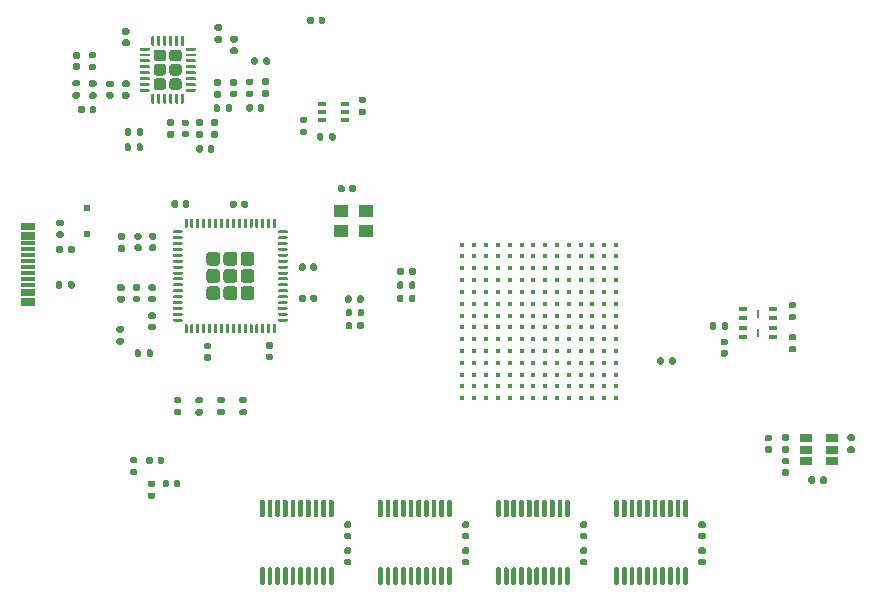
<source format=gtp>
G04 #@! TF.GenerationSoftware,KiCad,Pcbnew,(5.1.10-1-10_14)*
G04 #@! TF.CreationDate,2021-07-07T11:21:34+02:00*
G04 #@! TF.ProjectId,gb-fpga,67622d66-7067-4612-9e6b-696361645f70,rev?*
G04 #@! TF.SameCoordinates,Original*
G04 #@! TF.FileFunction,Paste,Top*
G04 #@! TF.FilePolarity,Positive*
%FSLAX46Y46*%
G04 Gerber Fmt 4.6, Leading zero omitted, Abs format (unit mm)*
G04 Created by KiCad (PCBNEW (5.1.10-1-10_14)) date 2021-07-07 11:21:34*
%MOMM*%
%LPD*%
G01*
G04 APERTURE LIST*
%ADD10R,0.200000X0.800000*%
%ADD11R,0.800000X0.300000*%
%ADD12C,0.400000*%
%ADD13R,1.150000X0.300000*%
%ADD14R,1.300000X1.100000*%
%ADD15R,0.500000X0.500000*%
%ADD16R,0.650000X0.400000*%
%ADD17R,1.060000X0.650000*%
G04 APERTURE END LIST*
D10*
X68610000Y51000000D03*
X68610000Y49400000D03*
D11*
X67310000Y49000000D03*
X67310000Y49800000D03*
X67310000Y50600000D03*
X67310000Y51400000D03*
X69910000Y51400000D03*
X69910000Y50600000D03*
X69910000Y49800000D03*
X69910000Y49000000D03*
D12*
X56575000Y56850000D03*
X56575000Y55850000D03*
X56575000Y54850000D03*
X56575000Y53850000D03*
X56575000Y52850000D03*
X56575000Y51850000D03*
X56575000Y50850000D03*
X56575000Y49850000D03*
X56575000Y48850000D03*
X56575000Y47850000D03*
X56575000Y46850000D03*
X56575000Y45850000D03*
X56575000Y44850000D03*
X56575000Y43850000D03*
X55575000Y56850000D03*
X55575000Y55850000D03*
X55575000Y54850000D03*
X55575000Y53850000D03*
X55575000Y52850000D03*
X55575000Y51850000D03*
X55575000Y50850000D03*
X55575000Y49850000D03*
X55575000Y48850000D03*
X55575000Y47850000D03*
X55575000Y46850000D03*
X55575000Y45850000D03*
X55575000Y44850000D03*
X55575000Y43850000D03*
X54575000Y56850000D03*
X54575000Y55850000D03*
X54575000Y54850000D03*
X54575000Y53850000D03*
X54575000Y52850000D03*
X54575000Y51850000D03*
X54575000Y50850000D03*
X54575000Y49850000D03*
X54575000Y48850000D03*
X54575000Y47850000D03*
X54575000Y46850000D03*
X54575000Y45850000D03*
X54575000Y44850000D03*
X54575000Y43850000D03*
X53575000Y56850000D03*
X53575000Y55850000D03*
X53575000Y54850000D03*
X53575000Y53850000D03*
X53575000Y52850000D03*
X53575000Y51850000D03*
X53575000Y50850000D03*
X53575000Y49850000D03*
X53575000Y48850000D03*
X53575000Y47850000D03*
X53575000Y46850000D03*
X53575000Y45850000D03*
X53575000Y44850000D03*
X53575000Y43850000D03*
X52575000Y56850000D03*
X52575000Y55850000D03*
X52575000Y54850000D03*
X52575000Y53850000D03*
X52575000Y52850000D03*
X52575000Y51850000D03*
X52575000Y50850000D03*
X52575000Y49850000D03*
X52575000Y48850000D03*
X52575000Y47850000D03*
X52575000Y46850000D03*
X52575000Y45850000D03*
X52575000Y44850000D03*
X52575000Y43850000D03*
X51575000Y56850000D03*
X51575000Y55850000D03*
X51575000Y54850000D03*
X51575000Y53850000D03*
X51575000Y52850000D03*
X51575000Y51850000D03*
X51575000Y50850000D03*
X51575000Y49850000D03*
X51575000Y48850000D03*
X51575000Y47850000D03*
X51575000Y46850000D03*
X51575000Y45850000D03*
X51575000Y44850000D03*
X51575000Y43850000D03*
X50575000Y56850000D03*
X50575000Y55850000D03*
X50575000Y54850000D03*
X50575000Y53850000D03*
X50575000Y52850000D03*
X50575000Y51850000D03*
X50575000Y50850000D03*
X50575000Y49850000D03*
X50575000Y48850000D03*
X50575000Y47850000D03*
X50575000Y46850000D03*
X50575000Y45850000D03*
X50575000Y44850000D03*
X50575000Y43850000D03*
X49575000Y56850000D03*
X49575000Y55850000D03*
X49575000Y54850000D03*
X49575000Y53850000D03*
X49575000Y52850000D03*
X49575000Y51850000D03*
X49575000Y50850000D03*
X49575000Y49850000D03*
X49575000Y48850000D03*
X49575000Y47850000D03*
X49575000Y46850000D03*
X49575000Y45850000D03*
X49575000Y44850000D03*
X49575000Y43850000D03*
X48575000Y56850000D03*
X48575000Y55850000D03*
X48575000Y54850000D03*
X48575000Y53850000D03*
X48575000Y52850000D03*
X48575000Y51850000D03*
X48575000Y50850000D03*
X48575000Y49850000D03*
X48575000Y48850000D03*
X48575000Y47850000D03*
X48575000Y46850000D03*
X48575000Y45850000D03*
X48575000Y44850000D03*
X48575000Y43850000D03*
X47575000Y56850000D03*
X47575000Y55850000D03*
X47575000Y54850000D03*
X47575000Y53850000D03*
X47575000Y52850000D03*
X47575000Y51850000D03*
X47575000Y50850000D03*
X47575000Y49850000D03*
X47575000Y48850000D03*
X47575000Y47850000D03*
X47575000Y46850000D03*
X47575000Y45850000D03*
X47575000Y44850000D03*
X47575000Y43850000D03*
X46575000Y56850000D03*
X46575000Y55850000D03*
X46575000Y54850000D03*
X46575000Y53850000D03*
X46575000Y52850000D03*
X46575000Y51850000D03*
X46575000Y50850000D03*
X46575000Y49850000D03*
X46575000Y48850000D03*
X46575000Y47850000D03*
X46575000Y46850000D03*
X46575000Y45850000D03*
X46575000Y44850000D03*
X46575000Y43850000D03*
X45575000Y56850000D03*
X45575000Y55850000D03*
X45575000Y54850000D03*
X45575000Y53850000D03*
X45575000Y52850000D03*
X45575000Y51850000D03*
X45575000Y50850000D03*
X45575000Y49850000D03*
X45575000Y48850000D03*
X45575000Y47850000D03*
X45575000Y46850000D03*
X45575000Y45850000D03*
X45575000Y44850000D03*
X45575000Y43850000D03*
X44575000Y56850000D03*
X44575000Y55850000D03*
X44575000Y54850000D03*
X44575000Y53850000D03*
X44575000Y52850000D03*
X44575000Y51850000D03*
X44575000Y50850000D03*
X44575000Y49850000D03*
X44575000Y48850000D03*
X44575000Y47850000D03*
X44575000Y46850000D03*
X44575000Y45850000D03*
X44575000Y44850000D03*
X44575000Y43850000D03*
X43575000Y56850000D03*
X43575000Y55850000D03*
X43575000Y54850000D03*
X43575000Y53850000D03*
X43575000Y52850000D03*
X43575000Y51850000D03*
X43575000Y50850000D03*
X43575000Y49850000D03*
X43575000Y48850000D03*
X43575000Y47850000D03*
X43575000Y46850000D03*
X43575000Y45850000D03*
X43575000Y44850000D03*
X43575000Y43850000D03*
G36*
G01*
X19075000Y57882500D02*
X19075000Y58007500D01*
G75*
G02*
X19137500Y58070000I62500J0D01*
G01*
X19812500Y58070000D01*
G75*
G02*
X19875000Y58007500I0J-62500D01*
G01*
X19875000Y57882500D01*
G75*
G02*
X19812500Y57820000I-62500J0D01*
G01*
X19137500Y57820000D01*
G75*
G02*
X19075000Y57882500I0J62500D01*
G01*
G37*
G36*
G01*
X19075000Y57382500D02*
X19075000Y57507500D01*
G75*
G02*
X19137500Y57570000I62500J0D01*
G01*
X19812500Y57570000D01*
G75*
G02*
X19875000Y57507500I0J-62500D01*
G01*
X19875000Y57382500D01*
G75*
G02*
X19812500Y57320000I-62500J0D01*
G01*
X19137500Y57320000D01*
G75*
G02*
X19075000Y57382500I0J62500D01*
G01*
G37*
G36*
G01*
X19075000Y56882500D02*
X19075000Y57007500D01*
G75*
G02*
X19137500Y57070000I62500J0D01*
G01*
X19812500Y57070000D01*
G75*
G02*
X19875000Y57007500I0J-62500D01*
G01*
X19875000Y56882500D01*
G75*
G02*
X19812500Y56820000I-62500J0D01*
G01*
X19137500Y56820000D01*
G75*
G02*
X19075000Y56882500I0J62500D01*
G01*
G37*
G36*
G01*
X19075000Y56382500D02*
X19075000Y56507500D01*
G75*
G02*
X19137500Y56570000I62500J0D01*
G01*
X19812500Y56570000D01*
G75*
G02*
X19875000Y56507500I0J-62500D01*
G01*
X19875000Y56382500D01*
G75*
G02*
X19812500Y56320000I-62500J0D01*
G01*
X19137500Y56320000D01*
G75*
G02*
X19075000Y56382500I0J62500D01*
G01*
G37*
G36*
G01*
X19075000Y55882500D02*
X19075000Y56007500D01*
G75*
G02*
X19137500Y56070000I62500J0D01*
G01*
X19812500Y56070000D01*
G75*
G02*
X19875000Y56007500I0J-62500D01*
G01*
X19875000Y55882500D01*
G75*
G02*
X19812500Y55820000I-62500J0D01*
G01*
X19137500Y55820000D01*
G75*
G02*
X19075000Y55882500I0J62500D01*
G01*
G37*
G36*
G01*
X19075000Y55382500D02*
X19075000Y55507500D01*
G75*
G02*
X19137500Y55570000I62500J0D01*
G01*
X19812500Y55570000D01*
G75*
G02*
X19875000Y55507500I0J-62500D01*
G01*
X19875000Y55382500D01*
G75*
G02*
X19812500Y55320000I-62500J0D01*
G01*
X19137500Y55320000D01*
G75*
G02*
X19075000Y55382500I0J62500D01*
G01*
G37*
G36*
G01*
X19075000Y54882500D02*
X19075000Y55007500D01*
G75*
G02*
X19137500Y55070000I62500J0D01*
G01*
X19812500Y55070000D01*
G75*
G02*
X19875000Y55007500I0J-62500D01*
G01*
X19875000Y54882500D01*
G75*
G02*
X19812500Y54820000I-62500J0D01*
G01*
X19137500Y54820000D01*
G75*
G02*
X19075000Y54882500I0J62500D01*
G01*
G37*
G36*
G01*
X19075000Y54382500D02*
X19075000Y54507500D01*
G75*
G02*
X19137500Y54570000I62500J0D01*
G01*
X19812500Y54570000D01*
G75*
G02*
X19875000Y54507500I0J-62500D01*
G01*
X19875000Y54382500D01*
G75*
G02*
X19812500Y54320000I-62500J0D01*
G01*
X19137500Y54320000D01*
G75*
G02*
X19075000Y54382500I0J62500D01*
G01*
G37*
G36*
G01*
X19075000Y53882500D02*
X19075000Y54007500D01*
G75*
G02*
X19137500Y54070000I62500J0D01*
G01*
X19812500Y54070000D01*
G75*
G02*
X19875000Y54007500I0J-62500D01*
G01*
X19875000Y53882500D01*
G75*
G02*
X19812500Y53820000I-62500J0D01*
G01*
X19137500Y53820000D01*
G75*
G02*
X19075000Y53882500I0J62500D01*
G01*
G37*
G36*
G01*
X19075000Y53382500D02*
X19075000Y53507500D01*
G75*
G02*
X19137500Y53570000I62500J0D01*
G01*
X19812500Y53570000D01*
G75*
G02*
X19875000Y53507500I0J-62500D01*
G01*
X19875000Y53382500D01*
G75*
G02*
X19812500Y53320000I-62500J0D01*
G01*
X19137500Y53320000D01*
G75*
G02*
X19075000Y53382500I0J62500D01*
G01*
G37*
G36*
G01*
X19075000Y52882500D02*
X19075000Y53007500D01*
G75*
G02*
X19137500Y53070000I62500J0D01*
G01*
X19812500Y53070000D01*
G75*
G02*
X19875000Y53007500I0J-62500D01*
G01*
X19875000Y52882500D01*
G75*
G02*
X19812500Y52820000I-62500J0D01*
G01*
X19137500Y52820000D01*
G75*
G02*
X19075000Y52882500I0J62500D01*
G01*
G37*
G36*
G01*
X19075000Y52382500D02*
X19075000Y52507500D01*
G75*
G02*
X19137500Y52570000I62500J0D01*
G01*
X19812500Y52570000D01*
G75*
G02*
X19875000Y52507500I0J-62500D01*
G01*
X19875000Y52382500D01*
G75*
G02*
X19812500Y52320000I-62500J0D01*
G01*
X19137500Y52320000D01*
G75*
G02*
X19075000Y52382500I0J62500D01*
G01*
G37*
G36*
G01*
X19075000Y51882500D02*
X19075000Y52007500D01*
G75*
G02*
X19137500Y52070000I62500J0D01*
G01*
X19812500Y52070000D01*
G75*
G02*
X19875000Y52007500I0J-62500D01*
G01*
X19875000Y51882500D01*
G75*
G02*
X19812500Y51820000I-62500J0D01*
G01*
X19137500Y51820000D01*
G75*
G02*
X19075000Y51882500I0J62500D01*
G01*
G37*
G36*
G01*
X19075000Y51382500D02*
X19075000Y51507500D01*
G75*
G02*
X19137500Y51570000I62500J0D01*
G01*
X19812500Y51570000D01*
G75*
G02*
X19875000Y51507500I0J-62500D01*
G01*
X19875000Y51382500D01*
G75*
G02*
X19812500Y51320000I-62500J0D01*
G01*
X19137500Y51320000D01*
G75*
G02*
X19075000Y51382500I0J62500D01*
G01*
G37*
G36*
G01*
X19075000Y50882500D02*
X19075000Y51007500D01*
G75*
G02*
X19137500Y51070000I62500J0D01*
G01*
X19812500Y51070000D01*
G75*
G02*
X19875000Y51007500I0J-62500D01*
G01*
X19875000Y50882500D01*
G75*
G02*
X19812500Y50820000I-62500J0D01*
G01*
X19137500Y50820000D01*
G75*
G02*
X19075000Y50882500I0J62500D01*
G01*
G37*
G36*
G01*
X19075000Y50382500D02*
X19075000Y50507500D01*
G75*
G02*
X19137500Y50570000I62500J0D01*
G01*
X19812500Y50570000D01*
G75*
G02*
X19875000Y50507500I0J-62500D01*
G01*
X19875000Y50382500D01*
G75*
G02*
X19812500Y50320000I-62500J0D01*
G01*
X19137500Y50320000D01*
G75*
G02*
X19075000Y50382500I0J62500D01*
G01*
G37*
G36*
G01*
X20050000Y49407500D02*
X20050000Y50082500D01*
G75*
G02*
X20112500Y50145000I62500J0D01*
G01*
X20237500Y50145000D01*
G75*
G02*
X20300000Y50082500I0J-62500D01*
G01*
X20300000Y49407500D01*
G75*
G02*
X20237500Y49345000I-62500J0D01*
G01*
X20112500Y49345000D01*
G75*
G02*
X20050000Y49407500I0J62500D01*
G01*
G37*
G36*
G01*
X20550000Y49407500D02*
X20550000Y50082500D01*
G75*
G02*
X20612500Y50145000I62500J0D01*
G01*
X20737500Y50145000D01*
G75*
G02*
X20800000Y50082500I0J-62500D01*
G01*
X20800000Y49407500D01*
G75*
G02*
X20737500Y49345000I-62500J0D01*
G01*
X20612500Y49345000D01*
G75*
G02*
X20550000Y49407500I0J62500D01*
G01*
G37*
G36*
G01*
X21050000Y49407500D02*
X21050000Y50082500D01*
G75*
G02*
X21112500Y50145000I62500J0D01*
G01*
X21237500Y50145000D01*
G75*
G02*
X21300000Y50082500I0J-62500D01*
G01*
X21300000Y49407500D01*
G75*
G02*
X21237500Y49345000I-62500J0D01*
G01*
X21112500Y49345000D01*
G75*
G02*
X21050000Y49407500I0J62500D01*
G01*
G37*
G36*
G01*
X21550000Y49407500D02*
X21550000Y50082500D01*
G75*
G02*
X21612500Y50145000I62500J0D01*
G01*
X21737500Y50145000D01*
G75*
G02*
X21800000Y50082500I0J-62500D01*
G01*
X21800000Y49407500D01*
G75*
G02*
X21737500Y49345000I-62500J0D01*
G01*
X21612500Y49345000D01*
G75*
G02*
X21550000Y49407500I0J62500D01*
G01*
G37*
G36*
G01*
X22050000Y49407500D02*
X22050000Y50082500D01*
G75*
G02*
X22112500Y50145000I62500J0D01*
G01*
X22237500Y50145000D01*
G75*
G02*
X22300000Y50082500I0J-62500D01*
G01*
X22300000Y49407500D01*
G75*
G02*
X22237500Y49345000I-62500J0D01*
G01*
X22112500Y49345000D01*
G75*
G02*
X22050000Y49407500I0J62500D01*
G01*
G37*
G36*
G01*
X22550000Y49407500D02*
X22550000Y50082500D01*
G75*
G02*
X22612500Y50145000I62500J0D01*
G01*
X22737500Y50145000D01*
G75*
G02*
X22800000Y50082500I0J-62500D01*
G01*
X22800000Y49407500D01*
G75*
G02*
X22737500Y49345000I-62500J0D01*
G01*
X22612500Y49345000D01*
G75*
G02*
X22550000Y49407500I0J62500D01*
G01*
G37*
G36*
G01*
X23050000Y49407500D02*
X23050000Y50082500D01*
G75*
G02*
X23112500Y50145000I62500J0D01*
G01*
X23237500Y50145000D01*
G75*
G02*
X23300000Y50082500I0J-62500D01*
G01*
X23300000Y49407500D01*
G75*
G02*
X23237500Y49345000I-62500J0D01*
G01*
X23112500Y49345000D01*
G75*
G02*
X23050000Y49407500I0J62500D01*
G01*
G37*
G36*
G01*
X23550000Y49407500D02*
X23550000Y50082500D01*
G75*
G02*
X23612500Y50145000I62500J0D01*
G01*
X23737500Y50145000D01*
G75*
G02*
X23800000Y50082500I0J-62500D01*
G01*
X23800000Y49407500D01*
G75*
G02*
X23737500Y49345000I-62500J0D01*
G01*
X23612500Y49345000D01*
G75*
G02*
X23550000Y49407500I0J62500D01*
G01*
G37*
G36*
G01*
X24050000Y49407500D02*
X24050000Y50082500D01*
G75*
G02*
X24112500Y50145000I62500J0D01*
G01*
X24237500Y50145000D01*
G75*
G02*
X24300000Y50082500I0J-62500D01*
G01*
X24300000Y49407500D01*
G75*
G02*
X24237500Y49345000I-62500J0D01*
G01*
X24112500Y49345000D01*
G75*
G02*
X24050000Y49407500I0J62500D01*
G01*
G37*
G36*
G01*
X24550000Y49407500D02*
X24550000Y50082500D01*
G75*
G02*
X24612500Y50145000I62500J0D01*
G01*
X24737500Y50145000D01*
G75*
G02*
X24800000Y50082500I0J-62500D01*
G01*
X24800000Y49407500D01*
G75*
G02*
X24737500Y49345000I-62500J0D01*
G01*
X24612500Y49345000D01*
G75*
G02*
X24550000Y49407500I0J62500D01*
G01*
G37*
G36*
G01*
X25050000Y49407500D02*
X25050000Y50082500D01*
G75*
G02*
X25112500Y50145000I62500J0D01*
G01*
X25237500Y50145000D01*
G75*
G02*
X25300000Y50082500I0J-62500D01*
G01*
X25300000Y49407500D01*
G75*
G02*
X25237500Y49345000I-62500J0D01*
G01*
X25112500Y49345000D01*
G75*
G02*
X25050000Y49407500I0J62500D01*
G01*
G37*
G36*
G01*
X25550000Y49407500D02*
X25550000Y50082500D01*
G75*
G02*
X25612500Y50145000I62500J0D01*
G01*
X25737500Y50145000D01*
G75*
G02*
X25800000Y50082500I0J-62500D01*
G01*
X25800000Y49407500D01*
G75*
G02*
X25737500Y49345000I-62500J0D01*
G01*
X25612500Y49345000D01*
G75*
G02*
X25550000Y49407500I0J62500D01*
G01*
G37*
G36*
G01*
X26050000Y49407500D02*
X26050000Y50082500D01*
G75*
G02*
X26112500Y50145000I62500J0D01*
G01*
X26237500Y50145000D01*
G75*
G02*
X26300000Y50082500I0J-62500D01*
G01*
X26300000Y49407500D01*
G75*
G02*
X26237500Y49345000I-62500J0D01*
G01*
X26112500Y49345000D01*
G75*
G02*
X26050000Y49407500I0J62500D01*
G01*
G37*
G36*
G01*
X26550000Y49407500D02*
X26550000Y50082500D01*
G75*
G02*
X26612500Y50145000I62500J0D01*
G01*
X26737500Y50145000D01*
G75*
G02*
X26800000Y50082500I0J-62500D01*
G01*
X26800000Y49407500D01*
G75*
G02*
X26737500Y49345000I-62500J0D01*
G01*
X26612500Y49345000D01*
G75*
G02*
X26550000Y49407500I0J62500D01*
G01*
G37*
G36*
G01*
X27050000Y49407500D02*
X27050000Y50082500D01*
G75*
G02*
X27112500Y50145000I62500J0D01*
G01*
X27237500Y50145000D01*
G75*
G02*
X27300000Y50082500I0J-62500D01*
G01*
X27300000Y49407500D01*
G75*
G02*
X27237500Y49345000I-62500J0D01*
G01*
X27112500Y49345000D01*
G75*
G02*
X27050000Y49407500I0J62500D01*
G01*
G37*
G36*
G01*
X27550000Y49407500D02*
X27550000Y50082500D01*
G75*
G02*
X27612500Y50145000I62500J0D01*
G01*
X27737500Y50145000D01*
G75*
G02*
X27800000Y50082500I0J-62500D01*
G01*
X27800000Y49407500D01*
G75*
G02*
X27737500Y49345000I-62500J0D01*
G01*
X27612500Y49345000D01*
G75*
G02*
X27550000Y49407500I0J62500D01*
G01*
G37*
G36*
G01*
X27975000Y50382500D02*
X27975000Y50507500D01*
G75*
G02*
X28037500Y50570000I62500J0D01*
G01*
X28712500Y50570000D01*
G75*
G02*
X28775000Y50507500I0J-62500D01*
G01*
X28775000Y50382500D01*
G75*
G02*
X28712500Y50320000I-62500J0D01*
G01*
X28037500Y50320000D01*
G75*
G02*
X27975000Y50382500I0J62500D01*
G01*
G37*
G36*
G01*
X27975000Y50882500D02*
X27975000Y51007500D01*
G75*
G02*
X28037500Y51070000I62500J0D01*
G01*
X28712500Y51070000D01*
G75*
G02*
X28775000Y51007500I0J-62500D01*
G01*
X28775000Y50882500D01*
G75*
G02*
X28712500Y50820000I-62500J0D01*
G01*
X28037500Y50820000D01*
G75*
G02*
X27975000Y50882500I0J62500D01*
G01*
G37*
G36*
G01*
X27975000Y51382500D02*
X27975000Y51507500D01*
G75*
G02*
X28037500Y51570000I62500J0D01*
G01*
X28712500Y51570000D01*
G75*
G02*
X28775000Y51507500I0J-62500D01*
G01*
X28775000Y51382500D01*
G75*
G02*
X28712500Y51320000I-62500J0D01*
G01*
X28037500Y51320000D01*
G75*
G02*
X27975000Y51382500I0J62500D01*
G01*
G37*
G36*
G01*
X27975000Y51882500D02*
X27975000Y52007500D01*
G75*
G02*
X28037500Y52070000I62500J0D01*
G01*
X28712500Y52070000D01*
G75*
G02*
X28775000Y52007500I0J-62500D01*
G01*
X28775000Y51882500D01*
G75*
G02*
X28712500Y51820000I-62500J0D01*
G01*
X28037500Y51820000D01*
G75*
G02*
X27975000Y51882500I0J62500D01*
G01*
G37*
G36*
G01*
X27975000Y52382500D02*
X27975000Y52507500D01*
G75*
G02*
X28037500Y52570000I62500J0D01*
G01*
X28712500Y52570000D01*
G75*
G02*
X28775000Y52507500I0J-62500D01*
G01*
X28775000Y52382500D01*
G75*
G02*
X28712500Y52320000I-62500J0D01*
G01*
X28037500Y52320000D01*
G75*
G02*
X27975000Y52382500I0J62500D01*
G01*
G37*
G36*
G01*
X27975000Y52882500D02*
X27975000Y53007500D01*
G75*
G02*
X28037500Y53070000I62500J0D01*
G01*
X28712500Y53070000D01*
G75*
G02*
X28775000Y53007500I0J-62500D01*
G01*
X28775000Y52882500D01*
G75*
G02*
X28712500Y52820000I-62500J0D01*
G01*
X28037500Y52820000D01*
G75*
G02*
X27975000Y52882500I0J62500D01*
G01*
G37*
G36*
G01*
X27975000Y53382500D02*
X27975000Y53507500D01*
G75*
G02*
X28037500Y53570000I62500J0D01*
G01*
X28712500Y53570000D01*
G75*
G02*
X28775000Y53507500I0J-62500D01*
G01*
X28775000Y53382500D01*
G75*
G02*
X28712500Y53320000I-62500J0D01*
G01*
X28037500Y53320000D01*
G75*
G02*
X27975000Y53382500I0J62500D01*
G01*
G37*
G36*
G01*
X27975000Y53882500D02*
X27975000Y54007500D01*
G75*
G02*
X28037500Y54070000I62500J0D01*
G01*
X28712500Y54070000D01*
G75*
G02*
X28775000Y54007500I0J-62500D01*
G01*
X28775000Y53882500D01*
G75*
G02*
X28712500Y53820000I-62500J0D01*
G01*
X28037500Y53820000D01*
G75*
G02*
X27975000Y53882500I0J62500D01*
G01*
G37*
G36*
G01*
X27975000Y54382500D02*
X27975000Y54507500D01*
G75*
G02*
X28037500Y54570000I62500J0D01*
G01*
X28712500Y54570000D01*
G75*
G02*
X28775000Y54507500I0J-62500D01*
G01*
X28775000Y54382500D01*
G75*
G02*
X28712500Y54320000I-62500J0D01*
G01*
X28037500Y54320000D01*
G75*
G02*
X27975000Y54382500I0J62500D01*
G01*
G37*
G36*
G01*
X27975000Y54882500D02*
X27975000Y55007500D01*
G75*
G02*
X28037500Y55070000I62500J0D01*
G01*
X28712500Y55070000D01*
G75*
G02*
X28775000Y55007500I0J-62500D01*
G01*
X28775000Y54882500D01*
G75*
G02*
X28712500Y54820000I-62500J0D01*
G01*
X28037500Y54820000D01*
G75*
G02*
X27975000Y54882500I0J62500D01*
G01*
G37*
G36*
G01*
X27975000Y55382500D02*
X27975000Y55507500D01*
G75*
G02*
X28037500Y55570000I62500J0D01*
G01*
X28712500Y55570000D01*
G75*
G02*
X28775000Y55507500I0J-62500D01*
G01*
X28775000Y55382500D01*
G75*
G02*
X28712500Y55320000I-62500J0D01*
G01*
X28037500Y55320000D01*
G75*
G02*
X27975000Y55382500I0J62500D01*
G01*
G37*
G36*
G01*
X27975000Y55882500D02*
X27975000Y56007500D01*
G75*
G02*
X28037500Y56070000I62500J0D01*
G01*
X28712500Y56070000D01*
G75*
G02*
X28775000Y56007500I0J-62500D01*
G01*
X28775000Y55882500D01*
G75*
G02*
X28712500Y55820000I-62500J0D01*
G01*
X28037500Y55820000D01*
G75*
G02*
X27975000Y55882500I0J62500D01*
G01*
G37*
G36*
G01*
X27975000Y56382500D02*
X27975000Y56507500D01*
G75*
G02*
X28037500Y56570000I62500J0D01*
G01*
X28712500Y56570000D01*
G75*
G02*
X28775000Y56507500I0J-62500D01*
G01*
X28775000Y56382500D01*
G75*
G02*
X28712500Y56320000I-62500J0D01*
G01*
X28037500Y56320000D01*
G75*
G02*
X27975000Y56382500I0J62500D01*
G01*
G37*
G36*
G01*
X27975000Y56882500D02*
X27975000Y57007500D01*
G75*
G02*
X28037500Y57070000I62500J0D01*
G01*
X28712500Y57070000D01*
G75*
G02*
X28775000Y57007500I0J-62500D01*
G01*
X28775000Y56882500D01*
G75*
G02*
X28712500Y56820000I-62500J0D01*
G01*
X28037500Y56820000D01*
G75*
G02*
X27975000Y56882500I0J62500D01*
G01*
G37*
G36*
G01*
X27975000Y57382500D02*
X27975000Y57507500D01*
G75*
G02*
X28037500Y57570000I62500J0D01*
G01*
X28712500Y57570000D01*
G75*
G02*
X28775000Y57507500I0J-62500D01*
G01*
X28775000Y57382500D01*
G75*
G02*
X28712500Y57320000I-62500J0D01*
G01*
X28037500Y57320000D01*
G75*
G02*
X27975000Y57382500I0J62500D01*
G01*
G37*
G36*
G01*
X27975000Y57882500D02*
X27975000Y58007500D01*
G75*
G02*
X28037500Y58070000I62500J0D01*
G01*
X28712500Y58070000D01*
G75*
G02*
X28775000Y58007500I0J-62500D01*
G01*
X28775000Y57882500D01*
G75*
G02*
X28712500Y57820000I-62500J0D01*
G01*
X28037500Y57820000D01*
G75*
G02*
X27975000Y57882500I0J62500D01*
G01*
G37*
G36*
G01*
X27550000Y58307500D02*
X27550000Y58982500D01*
G75*
G02*
X27612500Y59045000I62500J0D01*
G01*
X27737500Y59045000D01*
G75*
G02*
X27800000Y58982500I0J-62500D01*
G01*
X27800000Y58307500D01*
G75*
G02*
X27737500Y58245000I-62500J0D01*
G01*
X27612500Y58245000D01*
G75*
G02*
X27550000Y58307500I0J62500D01*
G01*
G37*
G36*
G01*
X27050000Y58307500D02*
X27050000Y58982500D01*
G75*
G02*
X27112500Y59045000I62500J0D01*
G01*
X27237500Y59045000D01*
G75*
G02*
X27300000Y58982500I0J-62500D01*
G01*
X27300000Y58307500D01*
G75*
G02*
X27237500Y58245000I-62500J0D01*
G01*
X27112500Y58245000D01*
G75*
G02*
X27050000Y58307500I0J62500D01*
G01*
G37*
G36*
G01*
X26550000Y58307500D02*
X26550000Y58982500D01*
G75*
G02*
X26612500Y59045000I62500J0D01*
G01*
X26737500Y59045000D01*
G75*
G02*
X26800000Y58982500I0J-62500D01*
G01*
X26800000Y58307500D01*
G75*
G02*
X26737500Y58245000I-62500J0D01*
G01*
X26612500Y58245000D01*
G75*
G02*
X26550000Y58307500I0J62500D01*
G01*
G37*
G36*
G01*
X26050000Y58307500D02*
X26050000Y58982500D01*
G75*
G02*
X26112500Y59045000I62500J0D01*
G01*
X26237500Y59045000D01*
G75*
G02*
X26300000Y58982500I0J-62500D01*
G01*
X26300000Y58307500D01*
G75*
G02*
X26237500Y58245000I-62500J0D01*
G01*
X26112500Y58245000D01*
G75*
G02*
X26050000Y58307500I0J62500D01*
G01*
G37*
G36*
G01*
X25550000Y58307500D02*
X25550000Y58982500D01*
G75*
G02*
X25612500Y59045000I62500J0D01*
G01*
X25737500Y59045000D01*
G75*
G02*
X25800000Y58982500I0J-62500D01*
G01*
X25800000Y58307500D01*
G75*
G02*
X25737500Y58245000I-62500J0D01*
G01*
X25612500Y58245000D01*
G75*
G02*
X25550000Y58307500I0J62500D01*
G01*
G37*
G36*
G01*
X25050000Y58307500D02*
X25050000Y58982500D01*
G75*
G02*
X25112500Y59045000I62500J0D01*
G01*
X25237500Y59045000D01*
G75*
G02*
X25300000Y58982500I0J-62500D01*
G01*
X25300000Y58307500D01*
G75*
G02*
X25237500Y58245000I-62500J0D01*
G01*
X25112500Y58245000D01*
G75*
G02*
X25050000Y58307500I0J62500D01*
G01*
G37*
G36*
G01*
X24550000Y58307500D02*
X24550000Y58982500D01*
G75*
G02*
X24612500Y59045000I62500J0D01*
G01*
X24737500Y59045000D01*
G75*
G02*
X24800000Y58982500I0J-62500D01*
G01*
X24800000Y58307500D01*
G75*
G02*
X24737500Y58245000I-62500J0D01*
G01*
X24612500Y58245000D01*
G75*
G02*
X24550000Y58307500I0J62500D01*
G01*
G37*
G36*
G01*
X24050000Y58307500D02*
X24050000Y58982500D01*
G75*
G02*
X24112500Y59045000I62500J0D01*
G01*
X24237500Y59045000D01*
G75*
G02*
X24300000Y58982500I0J-62500D01*
G01*
X24300000Y58307500D01*
G75*
G02*
X24237500Y58245000I-62500J0D01*
G01*
X24112500Y58245000D01*
G75*
G02*
X24050000Y58307500I0J62500D01*
G01*
G37*
G36*
G01*
X23550000Y58307500D02*
X23550000Y58982500D01*
G75*
G02*
X23612500Y59045000I62500J0D01*
G01*
X23737500Y59045000D01*
G75*
G02*
X23800000Y58982500I0J-62500D01*
G01*
X23800000Y58307500D01*
G75*
G02*
X23737500Y58245000I-62500J0D01*
G01*
X23612500Y58245000D01*
G75*
G02*
X23550000Y58307500I0J62500D01*
G01*
G37*
G36*
G01*
X23050000Y58307500D02*
X23050000Y58982500D01*
G75*
G02*
X23112500Y59045000I62500J0D01*
G01*
X23237500Y59045000D01*
G75*
G02*
X23300000Y58982500I0J-62500D01*
G01*
X23300000Y58307500D01*
G75*
G02*
X23237500Y58245000I-62500J0D01*
G01*
X23112500Y58245000D01*
G75*
G02*
X23050000Y58307500I0J62500D01*
G01*
G37*
G36*
G01*
X22550000Y58307500D02*
X22550000Y58982500D01*
G75*
G02*
X22612500Y59045000I62500J0D01*
G01*
X22737500Y59045000D01*
G75*
G02*
X22800000Y58982500I0J-62500D01*
G01*
X22800000Y58307500D01*
G75*
G02*
X22737500Y58245000I-62500J0D01*
G01*
X22612500Y58245000D01*
G75*
G02*
X22550000Y58307500I0J62500D01*
G01*
G37*
G36*
G01*
X22050000Y58307500D02*
X22050000Y58982500D01*
G75*
G02*
X22112500Y59045000I62500J0D01*
G01*
X22237500Y59045000D01*
G75*
G02*
X22300000Y58982500I0J-62500D01*
G01*
X22300000Y58307500D01*
G75*
G02*
X22237500Y58245000I-62500J0D01*
G01*
X22112500Y58245000D01*
G75*
G02*
X22050000Y58307500I0J62500D01*
G01*
G37*
G36*
G01*
X21550000Y58307500D02*
X21550000Y58982500D01*
G75*
G02*
X21612500Y59045000I62500J0D01*
G01*
X21737500Y59045000D01*
G75*
G02*
X21800000Y58982500I0J-62500D01*
G01*
X21800000Y58307500D01*
G75*
G02*
X21737500Y58245000I-62500J0D01*
G01*
X21612500Y58245000D01*
G75*
G02*
X21550000Y58307500I0J62500D01*
G01*
G37*
G36*
G01*
X21050000Y58307500D02*
X21050000Y58982500D01*
G75*
G02*
X21112500Y59045000I62500J0D01*
G01*
X21237500Y59045000D01*
G75*
G02*
X21300000Y58982500I0J-62500D01*
G01*
X21300000Y58307500D01*
G75*
G02*
X21237500Y58245000I-62500J0D01*
G01*
X21112500Y58245000D01*
G75*
G02*
X21050000Y58307500I0J62500D01*
G01*
G37*
G36*
G01*
X20550000Y58307500D02*
X20550000Y58982500D01*
G75*
G02*
X20612500Y59045000I62500J0D01*
G01*
X20737500Y59045000D01*
G75*
G02*
X20800000Y58982500I0J-62500D01*
G01*
X20800000Y58307500D01*
G75*
G02*
X20737500Y58245000I-62500J0D01*
G01*
X20612500Y58245000D01*
G75*
G02*
X20550000Y58307500I0J62500D01*
G01*
G37*
G36*
G01*
X20050000Y58307500D02*
X20050000Y58982500D01*
G75*
G02*
X20112500Y59045000I62500J0D01*
G01*
X20237500Y59045000D01*
G75*
G02*
X20300000Y58982500I0J-62500D01*
G01*
X20300000Y58307500D01*
G75*
G02*
X20237500Y58245000I-62500J0D01*
G01*
X20112500Y58245000D01*
G75*
G02*
X20050000Y58307500I0J62500D01*
G01*
G37*
G36*
G01*
X21890000Y55309999D02*
X21890000Y55980001D01*
G75*
G02*
X22139999Y56230000I249999J0D01*
G01*
X22810001Y56230000D01*
G75*
G02*
X23060000Y55980001I0J-249999D01*
G01*
X23060000Y55309999D01*
G75*
G02*
X22810001Y55060000I-249999J0D01*
G01*
X22139999Y55060000D01*
G75*
G02*
X21890000Y55309999I0J249999D01*
G01*
G37*
G36*
G01*
X21890000Y53859999D02*
X21890000Y54530001D01*
G75*
G02*
X22139999Y54780000I249999J0D01*
G01*
X22810001Y54780000D01*
G75*
G02*
X23060000Y54530001I0J-249999D01*
G01*
X23060000Y53859999D01*
G75*
G02*
X22810001Y53610000I-249999J0D01*
G01*
X22139999Y53610000D01*
G75*
G02*
X21890000Y53859999I0J249999D01*
G01*
G37*
G36*
G01*
X21890000Y52409999D02*
X21890000Y53080001D01*
G75*
G02*
X22139999Y53330000I249999J0D01*
G01*
X22810001Y53330000D01*
G75*
G02*
X23060000Y53080001I0J-249999D01*
G01*
X23060000Y52409999D01*
G75*
G02*
X22810001Y52160000I-249999J0D01*
G01*
X22139999Y52160000D01*
G75*
G02*
X21890000Y52409999I0J249999D01*
G01*
G37*
G36*
G01*
X23340000Y55309999D02*
X23340000Y55980001D01*
G75*
G02*
X23589999Y56230000I249999J0D01*
G01*
X24260001Y56230000D01*
G75*
G02*
X24510000Y55980001I0J-249999D01*
G01*
X24510000Y55309999D01*
G75*
G02*
X24260001Y55060000I-249999J0D01*
G01*
X23589999Y55060000D01*
G75*
G02*
X23340000Y55309999I0J249999D01*
G01*
G37*
G36*
G01*
X23340000Y53859999D02*
X23340000Y54530001D01*
G75*
G02*
X23589999Y54780000I249999J0D01*
G01*
X24260001Y54780000D01*
G75*
G02*
X24510000Y54530001I0J-249999D01*
G01*
X24510000Y53859999D01*
G75*
G02*
X24260001Y53610000I-249999J0D01*
G01*
X23589999Y53610000D01*
G75*
G02*
X23340000Y53859999I0J249999D01*
G01*
G37*
G36*
G01*
X23340000Y52409999D02*
X23340000Y53080001D01*
G75*
G02*
X23589999Y53330000I249999J0D01*
G01*
X24260001Y53330000D01*
G75*
G02*
X24510000Y53080001I0J-249999D01*
G01*
X24510000Y52409999D01*
G75*
G02*
X24260001Y52160000I-249999J0D01*
G01*
X23589999Y52160000D01*
G75*
G02*
X23340000Y52409999I0J249999D01*
G01*
G37*
G36*
G01*
X24790000Y55309999D02*
X24790000Y55980001D01*
G75*
G02*
X25039999Y56230000I249999J0D01*
G01*
X25710001Y56230000D01*
G75*
G02*
X25960000Y55980001I0J-249999D01*
G01*
X25960000Y55309999D01*
G75*
G02*
X25710001Y55060000I-249999J0D01*
G01*
X25039999Y55060000D01*
G75*
G02*
X24790000Y55309999I0J249999D01*
G01*
G37*
G36*
G01*
X24790000Y53859999D02*
X24790000Y54530001D01*
G75*
G02*
X25039999Y54780000I249999J0D01*
G01*
X25710001Y54780000D01*
G75*
G02*
X25960000Y54530001I0J-249999D01*
G01*
X25960000Y53859999D01*
G75*
G02*
X25710001Y53610000I-249999J0D01*
G01*
X25039999Y53610000D01*
G75*
G02*
X24790000Y53859999I0J249999D01*
G01*
G37*
G36*
G01*
X24790000Y52409999D02*
X24790000Y53080001D01*
G75*
G02*
X25039999Y53330000I249999J0D01*
G01*
X25710001Y53330000D01*
G75*
G02*
X25960000Y53080001I0J-249999D01*
G01*
X25960000Y52409999D01*
G75*
G02*
X25710001Y52160000I-249999J0D01*
G01*
X25039999Y52160000D01*
G75*
G02*
X24790000Y52409999I0J249999D01*
G01*
G37*
D13*
X6770000Y52150000D03*
X6770000Y52950000D03*
X6770000Y53450000D03*
X6770000Y53950000D03*
X6770000Y54450000D03*
X6770000Y54950000D03*
X6770000Y55450000D03*
X6770000Y55950000D03*
X6770000Y56450000D03*
X6770000Y56950000D03*
X6770000Y57750000D03*
X6770000Y58550000D03*
X6770000Y58250000D03*
X6770000Y57450000D03*
X6770000Y52650000D03*
X6770000Y51850000D03*
D14*
X33275000Y58030000D03*
X35375000Y58030000D03*
X35375000Y59680000D03*
X33275000Y59680000D03*
G36*
G01*
X16245001Y73342499D02*
X16245001Y73467499D01*
G75*
G02*
X16307501Y73529999I62500J0D01*
G01*
X17032501Y73529999D01*
G75*
G02*
X17095001Y73467499I0J-62500D01*
G01*
X17095001Y73342499D01*
G75*
G02*
X17032501Y73279999I-62500J0D01*
G01*
X16307501Y73279999D01*
G75*
G02*
X16245001Y73342499I0J62500D01*
G01*
G37*
G36*
G01*
X16245001Y72842499D02*
X16245001Y72967499D01*
G75*
G02*
X16307501Y73029999I62500J0D01*
G01*
X17032501Y73029999D01*
G75*
G02*
X17095001Y72967499I0J-62500D01*
G01*
X17095001Y72842499D01*
G75*
G02*
X17032501Y72779999I-62500J0D01*
G01*
X16307501Y72779999D01*
G75*
G02*
X16245001Y72842499I0J62500D01*
G01*
G37*
G36*
G01*
X16245001Y72342499D02*
X16245001Y72467499D01*
G75*
G02*
X16307501Y72529999I62500J0D01*
G01*
X17032501Y72529999D01*
G75*
G02*
X17095001Y72467499I0J-62500D01*
G01*
X17095001Y72342499D01*
G75*
G02*
X17032501Y72279999I-62500J0D01*
G01*
X16307501Y72279999D01*
G75*
G02*
X16245001Y72342499I0J62500D01*
G01*
G37*
G36*
G01*
X16245001Y71842499D02*
X16245001Y71967499D01*
G75*
G02*
X16307501Y72029999I62500J0D01*
G01*
X17032501Y72029999D01*
G75*
G02*
X17095001Y71967499I0J-62500D01*
G01*
X17095001Y71842499D01*
G75*
G02*
X17032501Y71779999I-62500J0D01*
G01*
X16307501Y71779999D01*
G75*
G02*
X16245001Y71842499I0J62500D01*
G01*
G37*
G36*
G01*
X16245001Y71342499D02*
X16245001Y71467499D01*
G75*
G02*
X16307501Y71529999I62500J0D01*
G01*
X17032501Y71529999D01*
G75*
G02*
X17095001Y71467499I0J-62500D01*
G01*
X17095001Y71342499D01*
G75*
G02*
X17032501Y71279999I-62500J0D01*
G01*
X16307501Y71279999D01*
G75*
G02*
X16245001Y71342499I0J62500D01*
G01*
G37*
G36*
G01*
X16245001Y70842499D02*
X16245001Y70967499D01*
G75*
G02*
X16307501Y71029999I62500J0D01*
G01*
X17032501Y71029999D01*
G75*
G02*
X17095001Y70967499I0J-62500D01*
G01*
X17095001Y70842499D01*
G75*
G02*
X17032501Y70779999I-62500J0D01*
G01*
X16307501Y70779999D01*
G75*
G02*
X16245001Y70842499I0J62500D01*
G01*
G37*
G36*
G01*
X16245001Y70342499D02*
X16245001Y70467499D01*
G75*
G02*
X16307501Y70529999I62500J0D01*
G01*
X17032501Y70529999D01*
G75*
G02*
X17095001Y70467499I0J-62500D01*
G01*
X17095001Y70342499D01*
G75*
G02*
X17032501Y70279999I-62500J0D01*
G01*
X16307501Y70279999D01*
G75*
G02*
X16245001Y70342499I0J62500D01*
G01*
G37*
G36*
G01*
X16245001Y69842499D02*
X16245001Y69967499D01*
G75*
G02*
X16307501Y70029999I62500J0D01*
G01*
X17032501Y70029999D01*
G75*
G02*
X17095001Y69967499I0J-62500D01*
G01*
X17095001Y69842499D01*
G75*
G02*
X17032501Y69779999I-62500J0D01*
G01*
X16307501Y69779999D01*
G75*
G02*
X16245001Y69842499I0J62500D01*
G01*
G37*
G36*
G01*
X17245001Y68842499D02*
X17245001Y69567499D01*
G75*
G02*
X17307501Y69629999I62500J0D01*
G01*
X17432501Y69629999D01*
G75*
G02*
X17495001Y69567499I0J-62500D01*
G01*
X17495001Y68842499D01*
G75*
G02*
X17432501Y68779999I-62500J0D01*
G01*
X17307501Y68779999D01*
G75*
G02*
X17245001Y68842499I0J62500D01*
G01*
G37*
G36*
G01*
X17745001Y68842499D02*
X17745001Y69567499D01*
G75*
G02*
X17807501Y69629999I62500J0D01*
G01*
X17932501Y69629999D01*
G75*
G02*
X17995001Y69567499I0J-62500D01*
G01*
X17995001Y68842499D01*
G75*
G02*
X17932501Y68779999I-62500J0D01*
G01*
X17807501Y68779999D01*
G75*
G02*
X17745001Y68842499I0J62500D01*
G01*
G37*
G36*
G01*
X18245001Y68842499D02*
X18245001Y69567499D01*
G75*
G02*
X18307501Y69629999I62500J0D01*
G01*
X18432501Y69629999D01*
G75*
G02*
X18495001Y69567499I0J-62500D01*
G01*
X18495001Y68842499D01*
G75*
G02*
X18432501Y68779999I-62500J0D01*
G01*
X18307501Y68779999D01*
G75*
G02*
X18245001Y68842499I0J62500D01*
G01*
G37*
G36*
G01*
X18745001Y68842499D02*
X18745001Y69567499D01*
G75*
G02*
X18807501Y69629999I62500J0D01*
G01*
X18932501Y69629999D01*
G75*
G02*
X18995001Y69567499I0J-62500D01*
G01*
X18995001Y68842499D01*
G75*
G02*
X18932501Y68779999I-62500J0D01*
G01*
X18807501Y68779999D01*
G75*
G02*
X18745001Y68842499I0J62500D01*
G01*
G37*
G36*
G01*
X19245001Y68842499D02*
X19245001Y69567499D01*
G75*
G02*
X19307501Y69629999I62500J0D01*
G01*
X19432501Y69629999D01*
G75*
G02*
X19495001Y69567499I0J-62500D01*
G01*
X19495001Y68842499D01*
G75*
G02*
X19432501Y68779999I-62500J0D01*
G01*
X19307501Y68779999D01*
G75*
G02*
X19245001Y68842499I0J62500D01*
G01*
G37*
G36*
G01*
X19745001Y68842499D02*
X19745001Y69567499D01*
G75*
G02*
X19807501Y69629999I62500J0D01*
G01*
X19932501Y69629999D01*
G75*
G02*
X19995001Y69567499I0J-62500D01*
G01*
X19995001Y68842499D01*
G75*
G02*
X19932501Y68779999I-62500J0D01*
G01*
X19807501Y68779999D01*
G75*
G02*
X19745001Y68842499I0J62500D01*
G01*
G37*
G36*
G01*
X20145001Y69842499D02*
X20145001Y69967499D01*
G75*
G02*
X20207501Y70029999I62500J0D01*
G01*
X20932501Y70029999D01*
G75*
G02*
X20995001Y69967499I0J-62500D01*
G01*
X20995001Y69842499D01*
G75*
G02*
X20932501Y69779999I-62500J0D01*
G01*
X20207501Y69779999D01*
G75*
G02*
X20145001Y69842499I0J62500D01*
G01*
G37*
G36*
G01*
X20145001Y70342499D02*
X20145001Y70467499D01*
G75*
G02*
X20207501Y70529999I62500J0D01*
G01*
X20932501Y70529999D01*
G75*
G02*
X20995001Y70467499I0J-62500D01*
G01*
X20995001Y70342499D01*
G75*
G02*
X20932501Y70279999I-62500J0D01*
G01*
X20207501Y70279999D01*
G75*
G02*
X20145001Y70342499I0J62500D01*
G01*
G37*
G36*
G01*
X20145001Y70842499D02*
X20145001Y70967499D01*
G75*
G02*
X20207501Y71029999I62500J0D01*
G01*
X20932501Y71029999D01*
G75*
G02*
X20995001Y70967499I0J-62500D01*
G01*
X20995001Y70842499D01*
G75*
G02*
X20932501Y70779999I-62500J0D01*
G01*
X20207501Y70779999D01*
G75*
G02*
X20145001Y70842499I0J62500D01*
G01*
G37*
G36*
G01*
X20145001Y71342499D02*
X20145001Y71467499D01*
G75*
G02*
X20207501Y71529999I62500J0D01*
G01*
X20932501Y71529999D01*
G75*
G02*
X20995001Y71467499I0J-62500D01*
G01*
X20995001Y71342499D01*
G75*
G02*
X20932501Y71279999I-62500J0D01*
G01*
X20207501Y71279999D01*
G75*
G02*
X20145001Y71342499I0J62500D01*
G01*
G37*
G36*
G01*
X20145001Y71842499D02*
X20145001Y71967499D01*
G75*
G02*
X20207501Y72029999I62500J0D01*
G01*
X20932501Y72029999D01*
G75*
G02*
X20995001Y71967499I0J-62500D01*
G01*
X20995001Y71842499D01*
G75*
G02*
X20932501Y71779999I-62500J0D01*
G01*
X20207501Y71779999D01*
G75*
G02*
X20145001Y71842499I0J62500D01*
G01*
G37*
G36*
G01*
X20145001Y72342499D02*
X20145001Y72467499D01*
G75*
G02*
X20207501Y72529999I62500J0D01*
G01*
X20932501Y72529999D01*
G75*
G02*
X20995001Y72467499I0J-62500D01*
G01*
X20995001Y72342499D01*
G75*
G02*
X20932501Y72279999I-62500J0D01*
G01*
X20207501Y72279999D01*
G75*
G02*
X20145001Y72342499I0J62500D01*
G01*
G37*
G36*
G01*
X20145001Y72842499D02*
X20145001Y72967499D01*
G75*
G02*
X20207501Y73029999I62500J0D01*
G01*
X20932501Y73029999D01*
G75*
G02*
X20995001Y72967499I0J-62500D01*
G01*
X20995001Y72842499D01*
G75*
G02*
X20932501Y72779999I-62500J0D01*
G01*
X20207501Y72779999D01*
G75*
G02*
X20145001Y72842499I0J62500D01*
G01*
G37*
G36*
G01*
X20145001Y73342499D02*
X20145001Y73467499D01*
G75*
G02*
X20207501Y73529999I62500J0D01*
G01*
X20932501Y73529999D01*
G75*
G02*
X20995001Y73467499I0J-62500D01*
G01*
X20995001Y73342499D01*
G75*
G02*
X20932501Y73279999I-62500J0D01*
G01*
X20207501Y73279999D01*
G75*
G02*
X20145001Y73342499I0J62500D01*
G01*
G37*
G36*
G01*
X19745001Y73742499D02*
X19745001Y74467499D01*
G75*
G02*
X19807501Y74529999I62500J0D01*
G01*
X19932501Y74529999D01*
G75*
G02*
X19995001Y74467499I0J-62500D01*
G01*
X19995001Y73742499D01*
G75*
G02*
X19932501Y73679999I-62500J0D01*
G01*
X19807501Y73679999D01*
G75*
G02*
X19745001Y73742499I0J62500D01*
G01*
G37*
G36*
G01*
X19245001Y73742499D02*
X19245001Y74467499D01*
G75*
G02*
X19307501Y74529999I62500J0D01*
G01*
X19432501Y74529999D01*
G75*
G02*
X19495001Y74467499I0J-62500D01*
G01*
X19495001Y73742499D01*
G75*
G02*
X19432501Y73679999I-62500J0D01*
G01*
X19307501Y73679999D01*
G75*
G02*
X19245001Y73742499I0J62500D01*
G01*
G37*
G36*
G01*
X18745001Y73742499D02*
X18745001Y74467499D01*
G75*
G02*
X18807501Y74529999I62500J0D01*
G01*
X18932501Y74529999D01*
G75*
G02*
X18995001Y74467499I0J-62500D01*
G01*
X18995001Y73742499D01*
G75*
G02*
X18932501Y73679999I-62500J0D01*
G01*
X18807501Y73679999D01*
G75*
G02*
X18745001Y73742499I0J62500D01*
G01*
G37*
G36*
G01*
X18245001Y73742499D02*
X18245001Y74467499D01*
G75*
G02*
X18307501Y74529999I62500J0D01*
G01*
X18432501Y74529999D01*
G75*
G02*
X18495001Y74467499I0J-62500D01*
G01*
X18495001Y73742499D01*
G75*
G02*
X18432501Y73679999I-62500J0D01*
G01*
X18307501Y73679999D01*
G75*
G02*
X18245001Y73742499I0J62500D01*
G01*
G37*
G36*
G01*
X17745001Y73742499D02*
X17745001Y74467499D01*
G75*
G02*
X17807501Y74529999I62500J0D01*
G01*
X17932501Y74529999D01*
G75*
G02*
X17995001Y74467499I0J-62500D01*
G01*
X17995001Y73742499D01*
G75*
G02*
X17932501Y73679999I-62500J0D01*
G01*
X17807501Y73679999D01*
G75*
G02*
X17745001Y73742499I0J62500D01*
G01*
G37*
G36*
G01*
X17245001Y73742499D02*
X17245001Y74467499D01*
G75*
G02*
X17307501Y74529999I62500J0D01*
G01*
X17432501Y74529999D01*
G75*
G02*
X17495001Y74467499I0J-62500D01*
G01*
X17495001Y73742499D01*
G75*
G02*
X17432501Y73679999I-62500J0D01*
G01*
X17307501Y73679999D01*
G75*
G02*
X17245001Y73742499I0J62500D01*
G01*
G37*
G36*
G01*
X17425001Y72629999D02*
X17425001Y73119999D01*
G75*
G02*
X17670001Y73364999I245000J0D01*
G01*
X18250001Y73364999D01*
G75*
G02*
X18495001Y73119999I0J-245000D01*
G01*
X18495001Y72629999D01*
G75*
G02*
X18250001Y72384999I-245000J0D01*
G01*
X17670001Y72384999D01*
G75*
G02*
X17425001Y72629999I0J245000D01*
G01*
G37*
G36*
G01*
X17425001Y71409999D02*
X17425001Y71899999D01*
G75*
G02*
X17670001Y72144999I245000J0D01*
G01*
X18250001Y72144999D01*
G75*
G02*
X18495001Y71899999I0J-245000D01*
G01*
X18495001Y71409999D01*
G75*
G02*
X18250001Y71164999I-245000J0D01*
G01*
X17670001Y71164999D01*
G75*
G02*
X17425001Y71409999I0J245000D01*
G01*
G37*
G36*
G01*
X17425001Y70189999D02*
X17425001Y70679999D01*
G75*
G02*
X17670001Y70924999I245000J0D01*
G01*
X18250001Y70924999D01*
G75*
G02*
X18495001Y70679999I0J-245000D01*
G01*
X18495001Y70189999D01*
G75*
G02*
X18250001Y69944999I-245000J0D01*
G01*
X17670001Y69944999D01*
G75*
G02*
X17425001Y70189999I0J245000D01*
G01*
G37*
G36*
G01*
X18745001Y72629999D02*
X18745001Y73119999D01*
G75*
G02*
X18990001Y73364999I245000J0D01*
G01*
X19570001Y73364999D01*
G75*
G02*
X19815001Y73119999I0J-245000D01*
G01*
X19815001Y72629999D01*
G75*
G02*
X19570001Y72384999I-245000J0D01*
G01*
X18990001Y72384999D01*
G75*
G02*
X18745001Y72629999I0J245000D01*
G01*
G37*
G36*
G01*
X18745001Y71409999D02*
X18745001Y71899999D01*
G75*
G02*
X18990001Y72144999I245000J0D01*
G01*
X19570001Y72144999D01*
G75*
G02*
X19815001Y71899999I0J-245000D01*
G01*
X19815001Y71409999D01*
G75*
G02*
X19570001Y71164999I-245000J0D01*
G01*
X18990001Y71164999D01*
G75*
G02*
X18745001Y71409999I0J245000D01*
G01*
G37*
G36*
G01*
X18745001Y70189999D02*
X18745001Y70679999D01*
G75*
G02*
X18990001Y70924999I245000J0D01*
G01*
X19570001Y70924999D01*
G75*
G02*
X19815001Y70679999I0J-245000D01*
G01*
X19815001Y70189999D01*
G75*
G02*
X19570001Y69944999I-245000J0D01*
G01*
X18990001Y69944999D01*
G75*
G02*
X18745001Y70189999I0J245000D01*
G01*
G37*
D15*
X11770000Y59950000D03*
X11770000Y57750000D03*
D16*
X31725000Y68725000D03*
X31725000Y67425000D03*
X33625000Y68075000D03*
X31725000Y68075000D03*
X33625000Y67425000D03*
X33625000Y68725000D03*
G36*
G01*
X65565000Y48885000D02*
X65905000Y48885000D01*
G75*
G02*
X66045000Y48745000I0J-140000D01*
G01*
X66045000Y48465000D01*
G75*
G02*
X65905000Y48325000I-140000J0D01*
G01*
X65565000Y48325000D01*
G75*
G02*
X65425000Y48465000I0J140000D01*
G01*
X65425000Y48745000D01*
G75*
G02*
X65565000Y48885000I140000J0D01*
G01*
G37*
G36*
G01*
X65565000Y47925000D02*
X65905000Y47925000D01*
G75*
G02*
X66045000Y47785000I0J-140000D01*
G01*
X66045000Y47505000D01*
G75*
G02*
X65905000Y47365000I-140000J0D01*
G01*
X65565000Y47365000D01*
G75*
G02*
X65425000Y47505000I0J140000D01*
G01*
X65425000Y47785000D01*
G75*
G02*
X65565000Y47925000I140000J0D01*
G01*
G37*
G36*
G01*
X33990000Y61430000D02*
X33990000Y61770000D01*
G75*
G02*
X34130000Y61910000I140000J0D01*
G01*
X34410000Y61910000D01*
G75*
G02*
X34550000Y61770000I0J-140000D01*
G01*
X34550000Y61430000D01*
G75*
G02*
X34410000Y61290000I-140000J0D01*
G01*
X34130000Y61290000D01*
G75*
G02*
X33990000Y61430000I0J140000D01*
G01*
G37*
G36*
G01*
X33030000Y61430000D02*
X33030000Y61770000D01*
G75*
G02*
X33170000Y61910000I140000J0D01*
G01*
X33450000Y61910000D01*
G75*
G02*
X33590000Y61770000I0J-140000D01*
G01*
X33590000Y61430000D01*
G75*
G02*
X33450000Y61290000I-140000J0D01*
G01*
X33170000Y61290000D01*
G75*
G02*
X33030000Y61430000I0J140000D01*
G01*
G37*
G36*
G01*
X10725000Y72190000D02*
X11065000Y72190000D01*
G75*
G02*
X11205000Y72050000I0J-140000D01*
G01*
X11205000Y71770000D01*
G75*
G02*
X11065000Y71630000I-140000J0D01*
G01*
X10725000Y71630000D01*
G75*
G02*
X10585000Y71770000I0J140000D01*
G01*
X10585000Y72050000D01*
G75*
G02*
X10725000Y72190000I140000J0D01*
G01*
G37*
G36*
G01*
X10725000Y73150000D02*
X11065000Y73150000D01*
G75*
G02*
X11205000Y73010000I0J-140000D01*
G01*
X11205000Y72730000D01*
G75*
G02*
X11065000Y72590000I-140000J0D01*
G01*
X10725000Y72590000D01*
G75*
G02*
X10585000Y72730000I0J140000D01*
G01*
X10585000Y73010000D01*
G75*
G02*
X10725000Y73150000I140000J0D01*
G01*
G37*
G36*
G01*
X24375000Y69340000D02*
X24035000Y69340000D01*
G75*
G02*
X23895000Y69480000I0J140000D01*
G01*
X23895000Y69760000D01*
G75*
G02*
X24035000Y69900000I140000J0D01*
G01*
X24375000Y69900000D01*
G75*
G02*
X24515000Y69760000I0J-140000D01*
G01*
X24515000Y69480000D01*
G75*
G02*
X24375000Y69340000I-140000J0D01*
G01*
G37*
G36*
G01*
X24375000Y70300000D02*
X24035000Y70300000D01*
G75*
G02*
X23895000Y70440000I0J140000D01*
G01*
X23895000Y70720000D01*
G75*
G02*
X24035000Y70860000I140000J0D01*
G01*
X24375000Y70860000D01*
G75*
G02*
X24515000Y70720000I0J-140000D01*
G01*
X24515000Y70440000D01*
G75*
G02*
X24375000Y70300000I-140000J0D01*
G01*
G37*
G36*
G01*
X26240000Y68255000D02*
X26240000Y68595000D01*
G75*
G02*
X26380000Y68735000I140000J0D01*
G01*
X26660000Y68735000D01*
G75*
G02*
X26800000Y68595000I0J-140000D01*
G01*
X26800000Y68255000D01*
G75*
G02*
X26660000Y68115000I-140000J0D01*
G01*
X26380000Y68115000D01*
G75*
G02*
X26240000Y68255000I0J140000D01*
G01*
G37*
G36*
G01*
X25280000Y68255000D02*
X25280000Y68595000D01*
G75*
G02*
X25420000Y68735000I140000J0D01*
G01*
X25700000Y68735000D01*
G75*
G02*
X25840000Y68595000I0J-140000D01*
G01*
X25840000Y68255000D01*
G75*
G02*
X25700000Y68115000I-140000J0D01*
G01*
X25420000Y68115000D01*
G75*
G02*
X25280000Y68255000I0J140000D01*
G01*
G37*
G36*
G01*
X13895000Y69215000D02*
X13555000Y69215000D01*
G75*
G02*
X13415000Y69355000I0J140000D01*
G01*
X13415000Y69635000D01*
G75*
G02*
X13555000Y69775000I140000J0D01*
G01*
X13895000Y69775000D01*
G75*
G02*
X14035000Y69635000I0J-140000D01*
G01*
X14035000Y69355000D01*
G75*
G02*
X13895000Y69215000I-140000J0D01*
G01*
G37*
G36*
G01*
X13895000Y70175000D02*
X13555000Y70175000D01*
G75*
G02*
X13415000Y70315000I0J140000D01*
G01*
X13415000Y70595000D01*
G75*
G02*
X13555000Y70735000I140000J0D01*
G01*
X13895000Y70735000D01*
G75*
G02*
X14035000Y70595000I0J-140000D01*
G01*
X14035000Y70315000D01*
G75*
G02*
X13895000Y70175000I-140000J0D01*
G01*
G37*
G36*
G01*
X11600000Y68445000D02*
X11600000Y68105000D01*
G75*
G02*
X11460000Y67965000I-140000J0D01*
G01*
X11180000Y67965000D01*
G75*
G02*
X11040000Y68105000I0J140000D01*
G01*
X11040000Y68445000D01*
G75*
G02*
X11180000Y68585000I140000J0D01*
G01*
X11460000Y68585000D01*
G75*
G02*
X11600000Y68445000I0J-140000D01*
G01*
G37*
G36*
G01*
X12560000Y68445000D02*
X12560000Y68105000D01*
G75*
G02*
X12420000Y67965000I-140000J0D01*
G01*
X12140000Y67965000D01*
G75*
G02*
X12000000Y68105000I0J140000D01*
G01*
X12000000Y68445000D01*
G75*
G02*
X12140000Y68585000I140000J0D01*
G01*
X12420000Y68585000D01*
G75*
G02*
X12560000Y68445000I0J-140000D01*
G01*
G37*
G36*
G01*
X20295000Y66885000D02*
X19955000Y66885000D01*
G75*
G02*
X19815000Y67025000I0J140000D01*
G01*
X19815000Y67305000D01*
G75*
G02*
X19955000Y67445000I140000J0D01*
G01*
X20295000Y67445000D01*
G75*
G02*
X20435000Y67305000I0J-140000D01*
G01*
X20435000Y67025000D01*
G75*
G02*
X20295000Y66885000I-140000J0D01*
G01*
G37*
G36*
G01*
X20295000Y65925000D02*
X19955000Y65925000D01*
G75*
G02*
X19815000Y66065000I0J140000D01*
G01*
X19815000Y66345000D01*
G75*
G02*
X19955000Y66485000I140000J0D01*
G01*
X20295000Y66485000D01*
G75*
G02*
X20435000Y66345000I0J-140000D01*
G01*
X20435000Y66065000D01*
G75*
G02*
X20295000Y65925000I-140000J0D01*
G01*
G37*
G36*
G01*
X21040000Y64790000D02*
X21040000Y65130000D01*
G75*
G02*
X21180000Y65270000I140000J0D01*
G01*
X21460000Y65270000D01*
G75*
G02*
X21600000Y65130000I0J-140000D01*
G01*
X21600000Y64790000D01*
G75*
G02*
X21460000Y64650000I-140000J0D01*
G01*
X21180000Y64650000D01*
G75*
G02*
X21040000Y64790000I0J140000D01*
G01*
G37*
G36*
G01*
X22000000Y64790000D02*
X22000000Y65130000D01*
G75*
G02*
X22140000Y65270000I140000J0D01*
G01*
X22420000Y65270000D01*
G75*
G02*
X22560000Y65130000I0J-140000D01*
G01*
X22560000Y64790000D01*
G75*
G02*
X22420000Y64650000I-140000J0D01*
G01*
X22140000Y64650000D01*
G75*
G02*
X22000000Y64790000I0J140000D01*
G01*
G37*
G36*
G01*
X9660000Y57430000D02*
X9320000Y57430000D01*
G75*
G02*
X9180000Y57570000I0J140000D01*
G01*
X9180000Y57850000D01*
G75*
G02*
X9320000Y57990000I140000J0D01*
G01*
X9660000Y57990000D01*
G75*
G02*
X9800000Y57850000I0J-140000D01*
G01*
X9800000Y57570000D01*
G75*
G02*
X9660000Y57430000I-140000J0D01*
G01*
G37*
G36*
G01*
X9660000Y58390000D02*
X9320000Y58390000D01*
G75*
G02*
X9180000Y58530000I0J140000D01*
G01*
X9180000Y58810000D01*
G75*
G02*
X9320000Y58950000I140000J0D01*
G01*
X9660000Y58950000D01*
G75*
G02*
X9800000Y58810000I0J-140000D01*
G01*
X9800000Y58530000D01*
G75*
G02*
X9660000Y58390000I-140000J0D01*
G01*
G37*
G36*
G01*
X30990000Y76000000D02*
X30990000Y75660000D01*
G75*
G02*
X30850000Y75520000I-140000J0D01*
G01*
X30570000Y75520000D01*
G75*
G02*
X30430000Y75660000I0J140000D01*
G01*
X30430000Y76000000D01*
G75*
G02*
X30570000Y76140000I140000J0D01*
G01*
X30850000Y76140000D01*
G75*
G02*
X30990000Y76000000I0J-140000D01*
G01*
G37*
G36*
G01*
X31950000Y76000000D02*
X31950000Y75660000D01*
G75*
G02*
X31810000Y75520000I-140000J0D01*
G01*
X31530000Y75520000D01*
G75*
G02*
X31390000Y75660000I0J140000D01*
G01*
X31390000Y76000000D01*
G75*
G02*
X31530000Y76140000I140000J0D01*
G01*
X31810000Y76140000D01*
G75*
G02*
X31950000Y76000000I0J-140000D01*
G01*
G37*
G36*
G01*
X35235000Y50162500D02*
X35235000Y49817500D01*
G75*
G02*
X35087500Y49670000I-147500J0D01*
G01*
X34792500Y49670000D01*
G75*
G02*
X34645000Y49817500I0J147500D01*
G01*
X34645000Y50162500D01*
G75*
G02*
X34792500Y50310000I147500J0D01*
G01*
X35087500Y50310000D01*
G75*
G02*
X35235000Y50162500I0J-147500D01*
G01*
G37*
G36*
G01*
X34265000Y50162500D02*
X34265000Y49817500D01*
G75*
G02*
X34117500Y49670000I-147500J0D01*
G01*
X33822500Y49670000D01*
G75*
G02*
X33675000Y49817500I0J147500D01*
G01*
X33675000Y50162500D01*
G75*
G02*
X33822500Y50310000I147500J0D01*
G01*
X34117500Y50310000D01*
G75*
G02*
X34265000Y50162500I0J-147500D01*
G01*
G37*
G36*
G01*
X22657500Y70855000D02*
X23002500Y70855000D01*
G75*
G02*
X23150000Y70707500I0J-147500D01*
G01*
X23150000Y70412500D01*
G75*
G02*
X23002500Y70265000I-147500J0D01*
G01*
X22657500Y70265000D01*
G75*
G02*
X22510000Y70412500I0J147500D01*
G01*
X22510000Y70707500D01*
G75*
G02*
X22657500Y70855000I147500J0D01*
G01*
G37*
G36*
G01*
X22657500Y69885000D02*
X23002500Y69885000D01*
G75*
G02*
X23150000Y69737500I0J-147500D01*
G01*
X23150000Y69442500D01*
G75*
G02*
X23002500Y69295000I-147500J0D01*
G01*
X22657500Y69295000D01*
G75*
G02*
X22510000Y69442500I0J147500D01*
G01*
X22510000Y69737500D01*
G75*
G02*
X22657500Y69885000I147500J0D01*
G01*
G37*
G36*
G01*
X14902500Y69785000D02*
X15247500Y69785000D01*
G75*
G02*
X15395000Y69637500I0J-147500D01*
G01*
X15395000Y69342500D01*
G75*
G02*
X15247500Y69195000I-147500J0D01*
G01*
X14902500Y69195000D01*
G75*
G02*
X14755000Y69342500I0J147500D01*
G01*
X14755000Y69637500D01*
G75*
G02*
X14902500Y69785000I147500J0D01*
G01*
G37*
G36*
G01*
X14902500Y70755000D02*
X15247500Y70755000D01*
G75*
G02*
X15395000Y70607500I0J-147500D01*
G01*
X15395000Y70312500D01*
G75*
G02*
X15247500Y70165000I-147500J0D01*
G01*
X14902500Y70165000D01*
G75*
G02*
X14755000Y70312500I0J147500D01*
G01*
X14755000Y70607500D01*
G75*
G02*
X14902500Y70755000I147500J0D01*
G01*
G37*
G36*
G01*
X18702500Y66495000D02*
X19047500Y66495000D01*
G75*
G02*
X19195000Y66347500I0J-147500D01*
G01*
X19195000Y66052500D01*
G75*
G02*
X19047500Y65905000I-147500J0D01*
G01*
X18702500Y65905000D01*
G75*
G02*
X18555000Y66052500I0J147500D01*
G01*
X18555000Y66347500D01*
G75*
G02*
X18702500Y66495000I147500J0D01*
G01*
G37*
G36*
G01*
X18702500Y67465000D02*
X19047500Y67465000D01*
G75*
G02*
X19195000Y67317500I0J-147500D01*
G01*
X19195000Y67022500D01*
G75*
G02*
X19047500Y66875000I-147500J0D01*
G01*
X18702500Y66875000D01*
G75*
G02*
X18555000Y67022500I0J147500D01*
G01*
X18555000Y67317500D01*
G75*
G02*
X18702500Y67465000I147500J0D01*
G01*
G37*
G36*
G01*
X14902500Y75190000D02*
X15247500Y75190000D01*
G75*
G02*
X15395000Y75042500I0J-147500D01*
G01*
X15395000Y74747500D01*
G75*
G02*
X15247500Y74600000I-147500J0D01*
G01*
X14902500Y74600000D01*
G75*
G02*
X14755000Y74747500I0J147500D01*
G01*
X14755000Y75042500D01*
G75*
G02*
X14902500Y75190000I147500J0D01*
G01*
G37*
G36*
G01*
X14902500Y74220000D02*
X15247500Y74220000D01*
G75*
G02*
X15395000Y74072500I0J-147500D01*
G01*
X15395000Y73777500D01*
G75*
G02*
X15247500Y73630000I-147500J0D01*
G01*
X14902500Y73630000D01*
G75*
G02*
X14755000Y73777500I0J147500D01*
G01*
X14755000Y74072500D01*
G75*
G02*
X14902500Y74220000I147500J0D01*
G01*
G37*
G36*
G01*
X71325000Y49280000D02*
X71695000Y49280000D01*
G75*
G02*
X71830000Y49145000I0J-135000D01*
G01*
X71830000Y48875000D01*
G75*
G02*
X71695000Y48740000I-135000J0D01*
G01*
X71325000Y48740000D01*
G75*
G02*
X71190000Y48875000I0J135000D01*
G01*
X71190000Y49145000D01*
G75*
G02*
X71325000Y49280000I135000J0D01*
G01*
G37*
G36*
G01*
X71325000Y48260000D02*
X71695000Y48260000D01*
G75*
G02*
X71830000Y48125000I0J-135000D01*
G01*
X71830000Y47855000D01*
G75*
G02*
X71695000Y47720000I-135000J0D01*
G01*
X71325000Y47720000D01*
G75*
G02*
X71190000Y47855000I0J135000D01*
G01*
X71190000Y48125000D01*
G75*
G02*
X71325000Y48260000I135000J0D01*
G01*
G37*
G36*
G01*
X65045000Y50135000D02*
X65045000Y49765000D01*
G75*
G02*
X64910000Y49630000I-135000J0D01*
G01*
X64640000Y49630000D01*
G75*
G02*
X64505000Y49765000I0J135000D01*
G01*
X64505000Y50135000D01*
G75*
G02*
X64640000Y50270000I135000J0D01*
G01*
X64910000Y50270000D01*
G75*
G02*
X65045000Y50135000I0J-135000D01*
G01*
G37*
G36*
G01*
X66065000Y50135000D02*
X66065000Y49765000D01*
G75*
G02*
X65930000Y49630000I-135000J0D01*
G01*
X65660000Y49630000D01*
G75*
G02*
X65525000Y49765000I0J135000D01*
G01*
X65525000Y50135000D01*
G75*
G02*
X65660000Y50270000I135000J0D01*
G01*
X65930000Y50270000D01*
G75*
G02*
X66065000Y50135000I0J-135000D01*
G01*
G37*
G36*
G01*
X71695000Y50445000D02*
X71325000Y50445000D01*
G75*
G02*
X71190000Y50580000I0J135000D01*
G01*
X71190000Y50850000D01*
G75*
G02*
X71325000Y50985000I135000J0D01*
G01*
X71695000Y50985000D01*
G75*
G02*
X71830000Y50850000I0J-135000D01*
G01*
X71830000Y50580000D01*
G75*
G02*
X71695000Y50445000I-135000J0D01*
G01*
G37*
G36*
G01*
X71695000Y51465000D02*
X71325000Y51465000D01*
G75*
G02*
X71190000Y51600000I0J135000D01*
G01*
X71190000Y51870000D01*
G75*
G02*
X71325000Y52005000I135000J0D01*
G01*
X71695000Y52005000D01*
G75*
G02*
X71830000Y51870000I0J-135000D01*
G01*
X71830000Y51600000D01*
G75*
G02*
X71695000Y51465000I-135000J0D01*
G01*
G37*
G36*
G01*
X61090000Y46815000D02*
X61090000Y47185000D01*
G75*
G02*
X61225000Y47320000I135000J0D01*
G01*
X61495000Y47320000D01*
G75*
G02*
X61630000Y47185000I0J-135000D01*
G01*
X61630000Y46815000D01*
G75*
G02*
X61495000Y46680000I-135000J0D01*
G01*
X61225000Y46680000D01*
G75*
G02*
X61090000Y46815000I0J135000D01*
G01*
G37*
G36*
G01*
X60070000Y46815000D02*
X60070000Y47185000D01*
G75*
G02*
X60205000Y47320000I135000J0D01*
G01*
X60475000Y47320000D01*
G75*
G02*
X60610000Y47185000I0J-135000D01*
G01*
X60610000Y46815000D01*
G75*
G02*
X60475000Y46680000I-135000J0D01*
G01*
X60205000Y46680000D01*
G75*
G02*
X60070000Y46815000I0J135000D01*
G01*
G37*
G36*
G01*
X39600000Y53595000D02*
X39600000Y53225000D01*
G75*
G02*
X39465000Y53090000I-135000J0D01*
G01*
X39195000Y53090000D01*
G75*
G02*
X39060000Y53225000I0J135000D01*
G01*
X39060000Y53595000D01*
G75*
G02*
X39195000Y53730000I135000J0D01*
G01*
X39465000Y53730000D01*
G75*
G02*
X39600000Y53595000I0J-135000D01*
G01*
G37*
G36*
G01*
X38580000Y53595000D02*
X38580000Y53225000D01*
G75*
G02*
X38445000Y53090000I-135000J0D01*
G01*
X38175000Y53090000D01*
G75*
G02*
X38040000Y53225000I0J135000D01*
G01*
X38040000Y53595000D01*
G75*
G02*
X38175000Y53730000I135000J0D01*
G01*
X38445000Y53730000D01*
G75*
G02*
X38580000Y53595000I0J-135000D01*
G01*
G37*
G36*
G01*
X38580000Y52475000D02*
X38580000Y52105000D01*
G75*
G02*
X38445000Y51970000I-135000J0D01*
G01*
X38175000Y51970000D01*
G75*
G02*
X38040000Y52105000I0J135000D01*
G01*
X38040000Y52475000D01*
G75*
G02*
X38175000Y52610000I135000J0D01*
G01*
X38445000Y52610000D01*
G75*
G02*
X38580000Y52475000I0J-135000D01*
G01*
G37*
G36*
G01*
X39600000Y52475000D02*
X39600000Y52105000D01*
G75*
G02*
X39465000Y51970000I-135000J0D01*
G01*
X39195000Y51970000D01*
G75*
G02*
X39060000Y52105000I0J135000D01*
G01*
X39060000Y52475000D01*
G75*
G02*
X39195000Y52610000I135000J0D01*
G01*
X39465000Y52610000D01*
G75*
G02*
X39600000Y52475000I0J-135000D01*
G01*
G37*
G36*
G01*
X39610000Y54765000D02*
X39610000Y54395000D01*
G75*
G02*
X39475000Y54260000I-135000J0D01*
G01*
X39205000Y54260000D01*
G75*
G02*
X39070000Y54395000I0J135000D01*
G01*
X39070000Y54765000D01*
G75*
G02*
X39205000Y54900000I135000J0D01*
G01*
X39475000Y54900000D01*
G75*
G02*
X39610000Y54765000I0J-135000D01*
G01*
G37*
G36*
G01*
X38590000Y54765000D02*
X38590000Y54395000D01*
G75*
G02*
X38455000Y54260000I-135000J0D01*
G01*
X38185000Y54260000D01*
G75*
G02*
X38050000Y54395000I0J135000D01*
G01*
X38050000Y54765000D01*
G75*
G02*
X38185000Y54900000I135000J0D01*
G01*
X38455000Y54900000D01*
G75*
G02*
X38590000Y54765000I0J-135000D01*
G01*
G37*
G36*
G01*
X35210000Y52425000D02*
X35210000Y52055000D01*
G75*
G02*
X35075000Y51920000I-135000J0D01*
G01*
X34805000Y51920000D01*
G75*
G02*
X34670000Y52055000I0J135000D01*
G01*
X34670000Y52425000D01*
G75*
G02*
X34805000Y52560000I135000J0D01*
G01*
X35075000Y52560000D01*
G75*
G02*
X35210000Y52425000I0J-135000D01*
G01*
G37*
G36*
G01*
X34190000Y52425000D02*
X34190000Y52055000D01*
G75*
G02*
X34055000Y51920000I-135000J0D01*
G01*
X33785000Y51920000D01*
G75*
G02*
X33650000Y52055000I0J135000D01*
G01*
X33650000Y52425000D01*
G75*
G02*
X33785000Y52560000I135000J0D01*
G01*
X34055000Y52560000D01*
G75*
G02*
X34190000Y52425000I0J-135000D01*
G01*
G37*
G36*
G01*
X33675000Y50905000D02*
X33675000Y51275000D01*
G75*
G02*
X33810000Y51410000I135000J0D01*
G01*
X34080000Y51410000D01*
G75*
G02*
X34215000Y51275000I0J-135000D01*
G01*
X34215000Y50905000D01*
G75*
G02*
X34080000Y50770000I-135000J0D01*
G01*
X33810000Y50770000D01*
G75*
G02*
X33675000Y50905000I0J135000D01*
G01*
G37*
G36*
G01*
X34695000Y50905000D02*
X34695000Y51275000D01*
G75*
G02*
X34830000Y51410000I135000J0D01*
G01*
X35100000Y51410000D01*
G75*
G02*
X35235000Y51275000I0J-135000D01*
G01*
X35235000Y50905000D01*
G75*
G02*
X35100000Y50770000I-135000J0D01*
G01*
X34830000Y50770000D01*
G75*
G02*
X34695000Y50905000I0J135000D01*
G01*
G37*
G36*
G01*
X25195000Y42390000D02*
X24825000Y42390000D01*
G75*
G02*
X24690000Y42525000I0J135000D01*
G01*
X24690000Y42795000D01*
G75*
G02*
X24825000Y42930000I135000J0D01*
G01*
X25195000Y42930000D01*
G75*
G02*
X25330000Y42795000I0J-135000D01*
G01*
X25330000Y42525000D01*
G75*
G02*
X25195000Y42390000I-135000J0D01*
G01*
G37*
G36*
G01*
X25195000Y43410000D02*
X24825000Y43410000D01*
G75*
G02*
X24690000Y43545000I0J135000D01*
G01*
X24690000Y43815000D01*
G75*
G02*
X24825000Y43950000I135000J0D01*
G01*
X25195000Y43950000D01*
G75*
G02*
X25330000Y43815000I0J-135000D01*
G01*
X25330000Y43545000D01*
G75*
G02*
X25195000Y43410000I-135000J0D01*
G01*
G37*
G36*
G01*
X23325000Y43410000D02*
X22955000Y43410000D01*
G75*
G02*
X22820000Y43545000I0J135000D01*
G01*
X22820000Y43815000D01*
G75*
G02*
X22955000Y43950000I135000J0D01*
G01*
X23325000Y43950000D01*
G75*
G02*
X23460000Y43815000I0J-135000D01*
G01*
X23460000Y43545000D01*
G75*
G02*
X23325000Y43410000I-135000J0D01*
G01*
G37*
G36*
G01*
X23325000Y42390000D02*
X22955000Y42390000D01*
G75*
G02*
X22820000Y42525000I0J135000D01*
G01*
X22820000Y42795000D01*
G75*
G02*
X22955000Y42930000I135000J0D01*
G01*
X23325000Y42930000D01*
G75*
G02*
X23460000Y42795000I0J-135000D01*
G01*
X23460000Y42525000D01*
G75*
G02*
X23325000Y42390000I-135000J0D01*
G01*
G37*
G36*
G01*
X21475000Y42380000D02*
X21105000Y42380000D01*
G75*
G02*
X20970000Y42515000I0J135000D01*
G01*
X20970000Y42785000D01*
G75*
G02*
X21105000Y42920000I135000J0D01*
G01*
X21475000Y42920000D01*
G75*
G02*
X21610000Y42785000I0J-135000D01*
G01*
X21610000Y42515000D01*
G75*
G02*
X21475000Y42380000I-135000J0D01*
G01*
G37*
G36*
G01*
X21475000Y43400000D02*
X21105000Y43400000D01*
G75*
G02*
X20970000Y43535000I0J135000D01*
G01*
X20970000Y43805000D01*
G75*
G02*
X21105000Y43940000I135000J0D01*
G01*
X21475000Y43940000D01*
G75*
G02*
X21610000Y43805000I0J-135000D01*
G01*
X21610000Y43535000D01*
G75*
G02*
X21475000Y43400000I-135000J0D01*
G01*
G37*
G36*
G01*
X19645000Y43420000D02*
X19275000Y43420000D01*
G75*
G02*
X19140000Y43555000I0J135000D01*
G01*
X19140000Y43825000D01*
G75*
G02*
X19275000Y43960000I135000J0D01*
G01*
X19645000Y43960000D01*
G75*
G02*
X19780000Y43825000I0J-135000D01*
G01*
X19780000Y43555000D01*
G75*
G02*
X19645000Y43420000I-135000J0D01*
G01*
G37*
G36*
G01*
X19645000Y42400000D02*
X19275000Y42400000D01*
G75*
G02*
X19140000Y42535000I0J135000D01*
G01*
X19140000Y42805000D01*
G75*
G02*
X19275000Y42940000I135000J0D01*
G01*
X19645000Y42940000D01*
G75*
G02*
X19780000Y42805000I0J-135000D01*
G01*
X19780000Y42535000D01*
G75*
G02*
X19645000Y42400000I-135000J0D01*
G01*
G37*
G36*
G01*
X14415000Y49950000D02*
X14785000Y49950000D01*
G75*
G02*
X14920000Y49815000I0J-135000D01*
G01*
X14920000Y49545000D01*
G75*
G02*
X14785000Y49410000I-135000J0D01*
G01*
X14415000Y49410000D01*
G75*
G02*
X14280000Y49545000I0J135000D01*
G01*
X14280000Y49815000D01*
G75*
G02*
X14415000Y49950000I135000J0D01*
G01*
G37*
G36*
G01*
X14415000Y48930000D02*
X14785000Y48930000D01*
G75*
G02*
X14920000Y48795000I0J-135000D01*
G01*
X14920000Y48525000D01*
G75*
G02*
X14785000Y48390000I-135000J0D01*
G01*
X14415000Y48390000D01*
G75*
G02*
X14280000Y48525000I0J135000D01*
G01*
X14280000Y48795000D01*
G75*
G02*
X14415000Y48930000I135000J0D01*
G01*
G37*
G36*
G01*
X16350000Y47845000D02*
X16350000Y47475000D01*
G75*
G02*
X16215000Y47340000I-135000J0D01*
G01*
X15945000Y47340000D01*
G75*
G02*
X15810000Y47475000I0J135000D01*
G01*
X15810000Y47845000D01*
G75*
G02*
X15945000Y47980000I135000J0D01*
G01*
X16215000Y47980000D01*
G75*
G02*
X16350000Y47845000I0J-135000D01*
G01*
G37*
G36*
G01*
X17370000Y47845000D02*
X17370000Y47475000D01*
G75*
G02*
X17235000Y47340000I-135000J0D01*
G01*
X16965000Y47340000D01*
G75*
G02*
X16830000Y47475000I0J135000D01*
G01*
X16830000Y47845000D01*
G75*
G02*
X16965000Y47980000I135000J0D01*
G01*
X17235000Y47980000D01*
G75*
G02*
X17370000Y47845000I0J-135000D01*
G01*
G37*
G36*
G01*
X10190000Y53255000D02*
X10190000Y53625000D01*
G75*
G02*
X10325000Y53760000I135000J0D01*
G01*
X10595000Y53760000D01*
G75*
G02*
X10730000Y53625000I0J-135000D01*
G01*
X10730000Y53255000D01*
G75*
G02*
X10595000Y53120000I-135000J0D01*
G01*
X10325000Y53120000D01*
G75*
G02*
X10190000Y53255000I0J135000D01*
G01*
G37*
G36*
G01*
X9170000Y53255000D02*
X9170000Y53625000D01*
G75*
G02*
X9305000Y53760000I135000J0D01*
G01*
X9575000Y53760000D01*
G75*
G02*
X9710000Y53625000I0J-135000D01*
G01*
X9710000Y53255000D01*
G75*
G02*
X9575000Y53120000I-135000J0D01*
G01*
X9305000Y53120000D01*
G75*
G02*
X9170000Y53255000I0J135000D01*
G01*
G37*
G36*
G01*
X9180000Y56265000D02*
X9180000Y56635000D01*
G75*
G02*
X9315000Y56770000I135000J0D01*
G01*
X9585000Y56770000D01*
G75*
G02*
X9720000Y56635000I0J-135000D01*
G01*
X9720000Y56265000D01*
G75*
G02*
X9585000Y56130000I-135000J0D01*
G01*
X9315000Y56130000D01*
G75*
G02*
X9180000Y56265000I0J135000D01*
G01*
G37*
G36*
G01*
X10200000Y56265000D02*
X10200000Y56635000D01*
G75*
G02*
X10335000Y56770000I135000J0D01*
G01*
X10605000Y56770000D01*
G75*
G02*
X10740000Y56635000I0J-135000D01*
G01*
X10740000Y56265000D01*
G75*
G02*
X10605000Y56130000I-135000J0D01*
G01*
X10335000Y56130000D01*
G75*
G02*
X10200000Y56265000I0J135000D01*
G01*
G37*
G36*
G01*
X12060000Y73170000D02*
X12430000Y73170000D01*
G75*
G02*
X12565000Y73035000I0J-135000D01*
G01*
X12565000Y72765000D01*
G75*
G02*
X12430000Y72630000I-135000J0D01*
G01*
X12060000Y72630000D01*
G75*
G02*
X11925000Y72765000I0J135000D01*
G01*
X11925000Y73035000D01*
G75*
G02*
X12060000Y73170000I135000J0D01*
G01*
G37*
G36*
G01*
X12060000Y72150000D02*
X12430000Y72150000D01*
G75*
G02*
X12565000Y72015000I0J-135000D01*
G01*
X12565000Y71745000D01*
G75*
G02*
X12430000Y71610000I-135000J0D01*
G01*
X12060000Y71610000D01*
G75*
G02*
X11925000Y71745000I0J135000D01*
G01*
X11925000Y72015000D01*
G75*
G02*
X12060000Y72150000I135000J0D01*
G01*
G37*
G36*
G01*
X25700000Y72205000D02*
X25700000Y72575000D01*
G75*
G02*
X25835000Y72710000I135000J0D01*
G01*
X26105000Y72710000D01*
G75*
G02*
X26240000Y72575000I0J-135000D01*
G01*
X26240000Y72205000D01*
G75*
G02*
X26105000Y72070000I-135000J0D01*
G01*
X25835000Y72070000D01*
G75*
G02*
X25700000Y72205000I0J135000D01*
G01*
G37*
G36*
G01*
X26720000Y72205000D02*
X26720000Y72575000D01*
G75*
G02*
X26855000Y72710000I135000J0D01*
G01*
X27125000Y72710000D01*
G75*
G02*
X27260000Y72575000I0J-135000D01*
G01*
X27260000Y72205000D01*
G75*
G02*
X27125000Y72070000I-135000J0D01*
G01*
X26855000Y72070000D01*
G75*
G02*
X26720000Y72205000I0J135000D01*
G01*
G37*
G36*
G01*
X25740000Y70365000D02*
X25370000Y70365000D01*
G75*
G02*
X25235000Y70500000I0J135000D01*
G01*
X25235000Y70770000D01*
G75*
G02*
X25370000Y70905000I135000J0D01*
G01*
X25740000Y70905000D01*
G75*
G02*
X25875000Y70770000I0J-135000D01*
G01*
X25875000Y70500000D01*
G75*
G02*
X25740000Y70365000I-135000J0D01*
G01*
G37*
G36*
G01*
X25740000Y69345000D02*
X25370000Y69345000D01*
G75*
G02*
X25235000Y69480000I0J135000D01*
G01*
X25235000Y69750000D01*
G75*
G02*
X25370000Y69885000I135000J0D01*
G01*
X25740000Y69885000D01*
G75*
G02*
X25875000Y69750000I0J-135000D01*
G01*
X25875000Y69480000D01*
G75*
G02*
X25740000Y69345000I-135000J0D01*
G01*
G37*
G36*
G01*
X27090000Y69370000D02*
X26720000Y69370000D01*
G75*
G02*
X26585000Y69505000I0J135000D01*
G01*
X26585000Y69775000D01*
G75*
G02*
X26720000Y69910000I135000J0D01*
G01*
X27090000Y69910000D01*
G75*
G02*
X27225000Y69775000I0J-135000D01*
G01*
X27225000Y69505000D01*
G75*
G02*
X27090000Y69370000I-135000J0D01*
G01*
G37*
G36*
G01*
X27090000Y70390000D02*
X26720000Y70390000D01*
G75*
G02*
X26585000Y70525000I0J135000D01*
G01*
X26585000Y70795000D01*
G75*
G02*
X26720000Y70930000I135000J0D01*
G01*
X27090000Y70930000D01*
G75*
G02*
X27225000Y70795000I0J-135000D01*
G01*
X27225000Y70525000D01*
G75*
G02*
X27090000Y70390000I-135000J0D01*
G01*
G37*
G36*
G01*
X12460000Y70215000D02*
X12090000Y70215000D01*
G75*
G02*
X11955000Y70350000I0J135000D01*
G01*
X11955000Y70620000D01*
G75*
G02*
X12090000Y70755000I135000J0D01*
G01*
X12460000Y70755000D01*
G75*
G02*
X12595000Y70620000I0J-135000D01*
G01*
X12595000Y70350000D01*
G75*
G02*
X12460000Y70215000I-135000J0D01*
G01*
G37*
G36*
G01*
X12460000Y69195000D02*
X12090000Y69195000D01*
G75*
G02*
X11955000Y69330000I0J135000D01*
G01*
X11955000Y69600000D01*
G75*
G02*
X12090000Y69735000I135000J0D01*
G01*
X12460000Y69735000D01*
G75*
G02*
X12595000Y69600000I0J-135000D01*
G01*
X12595000Y69330000D01*
G75*
G02*
X12460000Y69195000I-135000J0D01*
G01*
G37*
G36*
G01*
X11060000Y69220000D02*
X10690000Y69220000D01*
G75*
G02*
X10555000Y69355000I0J135000D01*
G01*
X10555000Y69625000D01*
G75*
G02*
X10690000Y69760000I135000J0D01*
G01*
X11060000Y69760000D01*
G75*
G02*
X11195000Y69625000I0J-135000D01*
G01*
X11195000Y69355000D01*
G75*
G02*
X11060000Y69220000I-135000J0D01*
G01*
G37*
G36*
G01*
X11060000Y70240000D02*
X10690000Y70240000D01*
G75*
G02*
X10555000Y70375000I0J135000D01*
G01*
X10555000Y70645000D01*
G75*
G02*
X10690000Y70780000I135000J0D01*
G01*
X11060000Y70780000D01*
G75*
G02*
X11195000Y70645000I0J-135000D01*
G01*
X11195000Y70375000D01*
G75*
G02*
X11060000Y70240000I-135000J0D01*
G01*
G37*
G36*
G01*
X21510000Y66925000D02*
X21140000Y66925000D01*
G75*
G02*
X21005000Y67060000I0J135000D01*
G01*
X21005000Y67330000D01*
G75*
G02*
X21140000Y67465000I135000J0D01*
G01*
X21510000Y67465000D01*
G75*
G02*
X21645000Y67330000I0J-135000D01*
G01*
X21645000Y67060000D01*
G75*
G02*
X21510000Y66925000I-135000J0D01*
G01*
G37*
G36*
G01*
X21510000Y65905000D02*
X21140000Y65905000D01*
G75*
G02*
X21005000Y66040000I0J135000D01*
G01*
X21005000Y66310000D01*
G75*
G02*
X21140000Y66445000I135000J0D01*
G01*
X21510000Y66445000D01*
G75*
G02*
X21645000Y66310000I0J-135000D01*
G01*
X21645000Y66040000D01*
G75*
G02*
X21510000Y65905000I-135000J0D01*
G01*
G37*
G36*
G01*
X22785000Y66925000D02*
X22415000Y66925000D01*
G75*
G02*
X22280000Y67060000I0J135000D01*
G01*
X22280000Y67330000D01*
G75*
G02*
X22415000Y67465000I135000J0D01*
G01*
X22785000Y67465000D01*
G75*
G02*
X22920000Y67330000I0J-135000D01*
G01*
X22920000Y67060000D01*
G75*
G02*
X22785000Y66925000I-135000J0D01*
G01*
G37*
G36*
G01*
X22785000Y65905000D02*
X22415000Y65905000D01*
G75*
G02*
X22280000Y66040000I0J135000D01*
G01*
X22280000Y66310000D01*
G75*
G02*
X22415000Y66445000I135000J0D01*
G01*
X22785000Y66445000D01*
G75*
G02*
X22920000Y66310000I0J-135000D01*
G01*
X22920000Y66040000D01*
G75*
G02*
X22785000Y65905000I-135000J0D01*
G01*
G37*
G36*
G01*
X22500000Y68225000D02*
X22500000Y68595000D01*
G75*
G02*
X22635000Y68730000I135000J0D01*
G01*
X22905000Y68730000D01*
G75*
G02*
X23040000Y68595000I0J-135000D01*
G01*
X23040000Y68225000D01*
G75*
G02*
X22905000Y68090000I-135000J0D01*
G01*
X22635000Y68090000D01*
G75*
G02*
X22500000Y68225000I0J135000D01*
G01*
G37*
G36*
G01*
X23520000Y68225000D02*
X23520000Y68595000D01*
G75*
G02*
X23655000Y68730000I135000J0D01*
G01*
X23925000Y68730000D01*
G75*
G02*
X24060000Y68595000I0J-135000D01*
G01*
X24060000Y68225000D01*
G75*
G02*
X23925000Y68090000I-135000J0D01*
G01*
X23655000Y68090000D01*
G75*
G02*
X23520000Y68225000I0J135000D01*
G01*
G37*
G36*
G01*
X15990000Y64910000D02*
X15990000Y65280000D01*
G75*
G02*
X16125000Y65415000I135000J0D01*
G01*
X16395000Y65415000D01*
G75*
G02*
X16530000Y65280000I0J-135000D01*
G01*
X16530000Y64910000D01*
G75*
G02*
X16395000Y64775000I-135000J0D01*
G01*
X16125000Y64775000D01*
G75*
G02*
X15990000Y64910000I0J135000D01*
G01*
G37*
G36*
G01*
X14970000Y64910000D02*
X14970000Y65280000D01*
G75*
G02*
X15105000Y65415000I135000J0D01*
G01*
X15375000Y65415000D01*
G75*
G02*
X15510000Y65280000I0J-135000D01*
G01*
X15510000Y64910000D01*
G75*
G02*
X15375000Y64775000I-135000J0D01*
G01*
X15105000Y64775000D01*
G75*
G02*
X14970000Y64910000I0J135000D01*
G01*
G37*
G36*
G01*
X15535000Y66580000D02*
X15535000Y66210000D01*
G75*
G02*
X15400000Y66075000I-135000J0D01*
G01*
X15130000Y66075000D01*
G75*
G02*
X14995000Y66210000I0J135000D01*
G01*
X14995000Y66580000D01*
G75*
G02*
X15130000Y66715000I135000J0D01*
G01*
X15400000Y66715000D01*
G75*
G02*
X15535000Y66580000I0J-135000D01*
G01*
G37*
G36*
G01*
X16555000Y66580000D02*
X16555000Y66210000D01*
G75*
G02*
X16420000Y66075000I-135000J0D01*
G01*
X16150000Y66075000D01*
G75*
G02*
X16015000Y66210000I0J135000D01*
G01*
X16015000Y66580000D01*
G75*
G02*
X16150000Y66715000I135000J0D01*
G01*
X16420000Y66715000D01*
G75*
G02*
X16555000Y66580000I0J-135000D01*
G01*
G37*
G36*
G01*
X32290000Y65790000D02*
X32290000Y66160000D01*
G75*
G02*
X32425000Y66295000I135000J0D01*
G01*
X32695000Y66295000D01*
G75*
G02*
X32830000Y66160000I0J-135000D01*
G01*
X32830000Y65790000D01*
G75*
G02*
X32695000Y65655000I-135000J0D01*
G01*
X32425000Y65655000D01*
G75*
G02*
X32290000Y65790000I0J135000D01*
G01*
G37*
G36*
G01*
X31270000Y65790000D02*
X31270000Y66160000D01*
G75*
G02*
X31405000Y66295000I135000J0D01*
G01*
X31675000Y66295000D01*
G75*
G02*
X31810000Y66160000I0J-135000D01*
G01*
X31810000Y65790000D01*
G75*
G02*
X31675000Y65655000I-135000J0D01*
G01*
X31405000Y65655000D01*
G75*
G02*
X31270000Y65790000I0J135000D01*
G01*
G37*
G36*
G01*
X30310000Y66120000D02*
X29940000Y66120000D01*
G75*
G02*
X29805000Y66255000I0J135000D01*
G01*
X29805000Y66525000D01*
G75*
G02*
X29940000Y66660000I135000J0D01*
G01*
X30310000Y66660000D01*
G75*
G02*
X30445000Y66525000I0J-135000D01*
G01*
X30445000Y66255000D01*
G75*
G02*
X30310000Y66120000I-135000J0D01*
G01*
G37*
G36*
G01*
X30310000Y67140000D02*
X29940000Y67140000D01*
G75*
G02*
X29805000Y67275000I0J135000D01*
G01*
X29805000Y67545000D01*
G75*
G02*
X29940000Y67680000I135000J0D01*
G01*
X30310000Y67680000D01*
G75*
G02*
X30445000Y67545000I0J-135000D01*
G01*
X30445000Y67275000D01*
G75*
G02*
X30310000Y67140000I-135000J0D01*
G01*
G37*
G36*
G01*
X34915000Y68350000D02*
X35285000Y68350000D01*
G75*
G02*
X35420000Y68215000I0J-135000D01*
G01*
X35420000Y67945000D01*
G75*
G02*
X35285000Y67810000I-135000J0D01*
G01*
X34915000Y67810000D01*
G75*
G02*
X34780000Y67945000I0J135000D01*
G01*
X34780000Y68215000D01*
G75*
G02*
X34915000Y68350000I135000J0D01*
G01*
G37*
G36*
G01*
X34915000Y69370000D02*
X35285000Y69370000D01*
G75*
G02*
X35420000Y69235000I0J-135000D01*
G01*
X35420000Y68965000D01*
G75*
G02*
X35285000Y68830000I-135000J0D01*
G01*
X34915000Y68830000D01*
G75*
G02*
X34780000Y68965000I0J135000D01*
G01*
X34780000Y69235000D01*
G75*
G02*
X34915000Y69370000I135000J0D01*
G01*
G37*
G36*
G01*
X24412500Y72970000D02*
X24067500Y72970000D01*
G75*
G02*
X23920000Y73117500I0J147500D01*
G01*
X23920000Y73412500D01*
G75*
G02*
X24067500Y73560000I147500J0D01*
G01*
X24412500Y73560000D01*
G75*
G02*
X24560000Y73412500I0J-147500D01*
G01*
X24560000Y73117500D01*
G75*
G02*
X24412500Y72970000I-147500J0D01*
G01*
G37*
G36*
G01*
X24412500Y73940000D02*
X24067500Y73940000D01*
G75*
G02*
X23920000Y74087500I0J147500D01*
G01*
X23920000Y74382500D01*
G75*
G02*
X24067500Y74530000I147500J0D01*
G01*
X24412500Y74530000D01*
G75*
G02*
X24560000Y74382500I0J-147500D01*
G01*
X24560000Y74087500D01*
G75*
G02*
X24412500Y73940000I-147500J0D01*
G01*
G37*
G36*
G01*
X22710000Y75510000D02*
X23080000Y75510000D01*
G75*
G02*
X23215000Y75375000I0J-135000D01*
G01*
X23215000Y75105000D01*
G75*
G02*
X23080000Y74970000I-135000J0D01*
G01*
X22710000Y74970000D01*
G75*
G02*
X22575000Y75105000I0J135000D01*
G01*
X22575000Y75375000D01*
G75*
G02*
X22710000Y75510000I135000J0D01*
G01*
G37*
G36*
G01*
X22710000Y74490000D02*
X23080000Y74490000D01*
G75*
G02*
X23215000Y74355000I0J-135000D01*
G01*
X23215000Y74085000D01*
G75*
G02*
X23080000Y73950000I-135000J0D01*
G01*
X22710000Y73950000D01*
G75*
G02*
X22575000Y74085000I0J135000D01*
G01*
X22575000Y74355000D01*
G75*
G02*
X22710000Y74490000I135000J0D01*
G01*
G37*
G36*
G01*
X70765000Y38800000D02*
X71105000Y38800000D01*
G75*
G02*
X71245000Y38660000I0J-140000D01*
G01*
X71245000Y38380000D01*
G75*
G02*
X71105000Y38240000I-140000J0D01*
G01*
X70765000Y38240000D01*
G75*
G02*
X70625000Y38380000I0J140000D01*
G01*
X70625000Y38660000D01*
G75*
G02*
X70765000Y38800000I140000J0D01*
G01*
G37*
G36*
G01*
X70765000Y37840000D02*
X71105000Y37840000D01*
G75*
G02*
X71245000Y37700000I0J-140000D01*
G01*
X71245000Y37420000D01*
G75*
G02*
X71105000Y37280000I-140000J0D01*
G01*
X70765000Y37280000D01*
G75*
G02*
X70625000Y37420000I0J140000D01*
G01*
X70625000Y37700000D01*
G75*
G02*
X70765000Y37840000I140000J0D01*
G01*
G37*
G36*
G01*
X69640000Y40190000D02*
X69300000Y40190000D01*
G75*
G02*
X69160000Y40330000I0J140000D01*
G01*
X69160000Y40610000D01*
G75*
G02*
X69300000Y40750000I140000J0D01*
G01*
X69640000Y40750000D01*
G75*
G02*
X69780000Y40610000I0J-140000D01*
G01*
X69780000Y40330000D01*
G75*
G02*
X69640000Y40190000I-140000J0D01*
G01*
G37*
G36*
G01*
X69640000Y39230000D02*
X69300000Y39230000D01*
G75*
G02*
X69160000Y39370000I0J140000D01*
G01*
X69160000Y39650000D01*
G75*
G02*
X69300000Y39790000I140000J0D01*
G01*
X69640000Y39790000D01*
G75*
G02*
X69780000Y39650000I0J-140000D01*
G01*
X69780000Y39370000D01*
G75*
G02*
X69640000Y39230000I-140000J0D01*
G01*
G37*
G36*
G01*
X72870000Y36727500D02*
X72870000Y37072500D01*
G75*
G02*
X73017500Y37220000I147500J0D01*
G01*
X73312500Y37220000D01*
G75*
G02*
X73460000Y37072500I0J-147500D01*
G01*
X73460000Y36727500D01*
G75*
G02*
X73312500Y36580000I-147500J0D01*
G01*
X73017500Y36580000D01*
G75*
G02*
X72870000Y36727500I0J147500D01*
G01*
G37*
G36*
G01*
X73840000Y36727500D02*
X73840000Y37072500D01*
G75*
G02*
X73987500Y37220000I147500J0D01*
G01*
X74282500Y37220000D01*
G75*
G02*
X74430000Y37072500I0J-147500D01*
G01*
X74430000Y36727500D01*
G75*
G02*
X74282500Y36580000I-147500J0D01*
G01*
X73987500Y36580000D01*
G75*
G02*
X73840000Y36727500I0J147500D01*
G01*
G37*
G36*
G01*
X71105000Y40250000D02*
X70735000Y40250000D01*
G75*
G02*
X70600000Y40385000I0J135000D01*
G01*
X70600000Y40655000D01*
G75*
G02*
X70735000Y40790000I135000J0D01*
G01*
X71105000Y40790000D01*
G75*
G02*
X71240000Y40655000I0J-135000D01*
G01*
X71240000Y40385000D01*
G75*
G02*
X71105000Y40250000I-135000J0D01*
G01*
G37*
G36*
G01*
X71105000Y39230000D02*
X70735000Y39230000D01*
G75*
G02*
X70600000Y39365000I0J135000D01*
G01*
X70600000Y39635000D01*
G75*
G02*
X70735000Y39770000I135000J0D01*
G01*
X71105000Y39770000D01*
G75*
G02*
X71240000Y39635000I0J-135000D01*
G01*
X71240000Y39365000D01*
G75*
G02*
X71105000Y39230000I-135000J0D01*
G01*
G37*
G36*
G01*
X76290000Y40780000D02*
X76660000Y40780000D01*
G75*
G02*
X76795000Y40645000I0J-135000D01*
G01*
X76795000Y40375000D01*
G75*
G02*
X76660000Y40240000I-135000J0D01*
G01*
X76290000Y40240000D01*
G75*
G02*
X76155000Y40375000I0J135000D01*
G01*
X76155000Y40645000D01*
G75*
G02*
X76290000Y40780000I135000J0D01*
G01*
G37*
G36*
G01*
X76290000Y39760000D02*
X76660000Y39760000D01*
G75*
G02*
X76795000Y39625000I0J-135000D01*
G01*
X76795000Y39355000D01*
G75*
G02*
X76660000Y39220000I-135000J0D01*
G01*
X76290000Y39220000D01*
G75*
G02*
X76155000Y39355000I0J135000D01*
G01*
X76155000Y39625000D01*
G75*
G02*
X76290000Y39760000I135000J0D01*
G01*
G37*
D17*
X74825001Y38549999D03*
X74825001Y39499999D03*
X74825001Y40449999D03*
X72625001Y40449999D03*
X72625001Y38549999D03*
X72625001Y39499999D03*
G36*
G01*
X32375000Y35250000D02*
X32575000Y35250000D01*
G75*
G02*
X32675000Y35150000I0J-100000D01*
G01*
X32675000Y33875000D01*
G75*
G02*
X32575000Y33775000I-100000J0D01*
G01*
X32375000Y33775000D01*
G75*
G02*
X32275000Y33875000I0J100000D01*
G01*
X32275000Y35150000D01*
G75*
G02*
X32375000Y35250000I100000J0D01*
G01*
G37*
G36*
G01*
X31725000Y35250000D02*
X31925000Y35250000D01*
G75*
G02*
X32025000Y35150000I0J-100000D01*
G01*
X32025000Y33875000D01*
G75*
G02*
X31925000Y33775000I-100000J0D01*
G01*
X31725000Y33775000D01*
G75*
G02*
X31625000Y33875000I0J100000D01*
G01*
X31625000Y35150000D01*
G75*
G02*
X31725000Y35250000I100000J0D01*
G01*
G37*
G36*
G01*
X31075000Y35250000D02*
X31275000Y35250000D01*
G75*
G02*
X31375000Y35150000I0J-100000D01*
G01*
X31375000Y33875000D01*
G75*
G02*
X31275000Y33775000I-100000J0D01*
G01*
X31075000Y33775000D01*
G75*
G02*
X30975000Y33875000I0J100000D01*
G01*
X30975000Y35150000D01*
G75*
G02*
X31075000Y35250000I100000J0D01*
G01*
G37*
G36*
G01*
X30425000Y35250000D02*
X30625000Y35250000D01*
G75*
G02*
X30725000Y35150000I0J-100000D01*
G01*
X30725000Y33875000D01*
G75*
G02*
X30625000Y33775000I-100000J0D01*
G01*
X30425000Y33775000D01*
G75*
G02*
X30325000Y33875000I0J100000D01*
G01*
X30325000Y35150000D01*
G75*
G02*
X30425000Y35250000I100000J0D01*
G01*
G37*
G36*
G01*
X29775000Y35250000D02*
X29975000Y35250000D01*
G75*
G02*
X30075000Y35150000I0J-100000D01*
G01*
X30075000Y33875000D01*
G75*
G02*
X29975000Y33775000I-100000J0D01*
G01*
X29775000Y33775000D01*
G75*
G02*
X29675000Y33875000I0J100000D01*
G01*
X29675000Y35150000D01*
G75*
G02*
X29775000Y35250000I100000J0D01*
G01*
G37*
G36*
G01*
X29125000Y35250000D02*
X29325000Y35250000D01*
G75*
G02*
X29425000Y35150000I0J-100000D01*
G01*
X29425000Y33875000D01*
G75*
G02*
X29325000Y33775000I-100000J0D01*
G01*
X29125000Y33775000D01*
G75*
G02*
X29025000Y33875000I0J100000D01*
G01*
X29025000Y35150000D01*
G75*
G02*
X29125000Y35250000I100000J0D01*
G01*
G37*
G36*
G01*
X28475000Y35250000D02*
X28675000Y35250000D01*
G75*
G02*
X28775000Y35150000I0J-100000D01*
G01*
X28775000Y33875000D01*
G75*
G02*
X28675000Y33775000I-100000J0D01*
G01*
X28475000Y33775000D01*
G75*
G02*
X28375000Y33875000I0J100000D01*
G01*
X28375000Y35150000D01*
G75*
G02*
X28475000Y35250000I100000J0D01*
G01*
G37*
G36*
G01*
X27825000Y35250000D02*
X28025000Y35250000D01*
G75*
G02*
X28125000Y35150000I0J-100000D01*
G01*
X28125000Y33875000D01*
G75*
G02*
X28025000Y33775000I-100000J0D01*
G01*
X27825000Y33775000D01*
G75*
G02*
X27725000Y33875000I0J100000D01*
G01*
X27725000Y35150000D01*
G75*
G02*
X27825000Y35250000I100000J0D01*
G01*
G37*
G36*
G01*
X27175000Y35250000D02*
X27375000Y35250000D01*
G75*
G02*
X27475000Y35150000I0J-100000D01*
G01*
X27475000Y33875000D01*
G75*
G02*
X27375000Y33775000I-100000J0D01*
G01*
X27175000Y33775000D01*
G75*
G02*
X27075000Y33875000I0J100000D01*
G01*
X27075000Y35150000D01*
G75*
G02*
X27175000Y35250000I100000J0D01*
G01*
G37*
G36*
G01*
X26525000Y35250000D02*
X26725000Y35250000D01*
G75*
G02*
X26825000Y35150000I0J-100000D01*
G01*
X26825000Y33875000D01*
G75*
G02*
X26725000Y33775000I-100000J0D01*
G01*
X26525000Y33775000D01*
G75*
G02*
X26425000Y33875000I0J100000D01*
G01*
X26425000Y35150000D01*
G75*
G02*
X26525000Y35250000I100000J0D01*
G01*
G37*
G36*
G01*
X26525000Y29525000D02*
X26725000Y29525000D01*
G75*
G02*
X26825000Y29425000I0J-100000D01*
G01*
X26825000Y28150000D01*
G75*
G02*
X26725000Y28050000I-100000J0D01*
G01*
X26525000Y28050000D01*
G75*
G02*
X26425000Y28150000I0J100000D01*
G01*
X26425000Y29425000D01*
G75*
G02*
X26525000Y29525000I100000J0D01*
G01*
G37*
G36*
G01*
X27175000Y29525000D02*
X27375000Y29525000D01*
G75*
G02*
X27475000Y29425000I0J-100000D01*
G01*
X27475000Y28150000D01*
G75*
G02*
X27375000Y28050000I-100000J0D01*
G01*
X27175000Y28050000D01*
G75*
G02*
X27075000Y28150000I0J100000D01*
G01*
X27075000Y29425000D01*
G75*
G02*
X27175000Y29525000I100000J0D01*
G01*
G37*
G36*
G01*
X27825000Y29525000D02*
X28025000Y29525000D01*
G75*
G02*
X28125000Y29425000I0J-100000D01*
G01*
X28125000Y28150000D01*
G75*
G02*
X28025000Y28050000I-100000J0D01*
G01*
X27825000Y28050000D01*
G75*
G02*
X27725000Y28150000I0J100000D01*
G01*
X27725000Y29425000D01*
G75*
G02*
X27825000Y29525000I100000J0D01*
G01*
G37*
G36*
G01*
X28475000Y29525000D02*
X28675000Y29525000D01*
G75*
G02*
X28775000Y29425000I0J-100000D01*
G01*
X28775000Y28150000D01*
G75*
G02*
X28675000Y28050000I-100000J0D01*
G01*
X28475000Y28050000D01*
G75*
G02*
X28375000Y28150000I0J100000D01*
G01*
X28375000Y29425000D01*
G75*
G02*
X28475000Y29525000I100000J0D01*
G01*
G37*
G36*
G01*
X29125000Y29525000D02*
X29325000Y29525000D01*
G75*
G02*
X29425000Y29425000I0J-100000D01*
G01*
X29425000Y28150000D01*
G75*
G02*
X29325000Y28050000I-100000J0D01*
G01*
X29125000Y28050000D01*
G75*
G02*
X29025000Y28150000I0J100000D01*
G01*
X29025000Y29425000D01*
G75*
G02*
X29125000Y29525000I100000J0D01*
G01*
G37*
G36*
G01*
X29775000Y29525000D02*
X29975000Y29525000D01*
G75*
G02*
X30075000Y29425000I0J-100000D01*
G01*
X30075000Y28150000D01*
G75*
G02*
X29975000Y28050000I-100000J0D01*
G01*
X29775000Y28050000D01*
G75*
G02*
X29675000Y28150000I0J100000D01*
G01*
X29675000Y29425000D01*
G75*
G02*
X29775000Y29525000I100000J0D01*
G01*
G37*
G36*
G01*
X30425000Y29525000D02*
X30625000Y29525000D01*
G75*
G02*
X30725000Y29425000I0J-100000D01*
G01*
X30725000Y28150000D01*
G75*
G02*
X30625000Y28050000I-100000J0D01*
G01*
X30425000Y28050000D01*
G75*
G02*
X30325000Y28150000I0J100000D01*
G01*
X30325000Y29425000D01*
G75*
G02*
X30425000Y29525000I100000J0D01*
G01*
G37*
G36*
G01*
X31075000Y29525000D02*
X31275000Y29525000D01*
G75*
G02*
X31375000Y29425000I0J-100000D01*
G01*
X31375000Y28150000D01*
G75*
G02*
X31275000Y28050000I-100000J0D01*
G01*
X31075000Y28050000D01*
G75*
G02*
X30975000Y28150000I0J100000D01*
G01*
X30975000Y29425000D01*
G75*
G02*
X31075000Y29525000I100000J0D01*
G01*
G37*
G36*
G01*
X31725000Y29525000D02*
X31925000Y29525000D01*
G75*
G02*
X32025000Y29425000I0J-100000D01*
G01*
X32025000Y28150000D01*
G75*
G02*
X31925000Y28050000I-100000J0D01*
G01*
X31725000Y28050000D01*
G75*
G02*
X31625000Y28150000I0J100000D01*
G01*
X31625000Y29425000D01*
G75*
G02*
X31725000Y29525000I100000J0D01*
G01*
G37*
G36*
G01*
X32375000Y29525000D02*
X32575000Y29525000D01*
G75*
G02*
X32675000Y29425000I0J-100000D01*
G01*
X32675000Y28150000D01*
G75*
G02*
X32575000Y28050000I-100000J0D01*
G01*
X32375000Y28050000D01*
G75*
G02*
X32275000Y28150000I0J100000D01*
G01*
X32275000Y29425000D01*
G75*
G02*
X32375000Y29525000I100000J0D01*
G01*
G37*
G36*
G01*
X42375000Y29525000D02*
X42575000Y29525000D01*
G75*
G02*
X42675000Y29425000I0J-100000D01*
G01*
X42675000Y28150000D01*
G75*
G02*
X42575000Y28050000I-100000J0D01*
G01*
X42375000Y28050000D01*
G75*
G02*
X42275000Y28150000I0J100000D01*
G01*
X42275000Y29425000D01*
G75*
G02*
X42375000Y29525000I100000J0D01*
G01*
G37*
G36*
G01*
X41725000Y29525000D02*
X41925000Y29525000D01*
G75*
G02*
X42025000Y29425000I0J-100000D01*
G01*
X42025000Y28150000D01*
G75*
G02*
X41925000Y28050000I-100000J0D01*
G01*
X41725000Y28050000D01*
G75*
G02*
X41625000Y28150000I0J100000D01*
G01*
X41625000Y29425000D01*
G75*
G02*
X41725000Y29525000I100000J0D01*
G01*
G37*
G36*
G01*
X41075000Y29525000D02*
X41275000Y29525000D01*
G75*
G02*
X41375000Y29425000I0J-100000D01*
G01*
X41375000Y28150000D01*
G75*
G02*
X41275000Y28050000I-100000J0D01*
G01*
X41075000Y28050000D01*
G75*
G02*
X40975000Y28150000I0J100000D01*
G01*
X40975000Y29425000D01*
G75*
G02*
X41075000Y29525000I100000J0D01*
G01*
G37*
G36*
G01*
X40425000Y29525000D02*
X40625000Y29525000D01*
G75*
G02*
X40725000Y29425000I0J-100000D01*
G01*
X40725000Y28150000D01*
G75*
G02*
X40625000Y28050000I-100000J0D01*
G01*
X40425000Y28050000D01*
G75*
G02*
X40325000Y28150000I0J100000D01*
G01*
X40325000Y29425000D01*
G75*
G02*
X40425000Y29525000I100000J0D01*
G01*
G37*
G36*
G01*
X39775000Y29525000D02*
X39975000Y29525000D01*
G75*
G02*
X40075000Y29425000I0J-100000D01*
G01*
X40075000Y28150000D01*
G75*
G02*
X39975000Y28050000I-100000J0D01*
G01*
X39775000Y28050000D01*
G75*
G02*
X39675000Y28150000I0J100000D01*
G01*
X39675000Y29425000D01*
G75*
G02*
X39775000Y29525000I100000J0D01*
G01*
G37*
G36*
G01*
X39125000Y29525000D02*
X39325000Y29525000D01*
G75*
G02*
X39425000Y29425000I0J-100000D01*
G01*
X39425000Y28150000D01*
G75*
G02*
X39325000Y28050000I-100000J0D01*
G01*
X39125000Y28050000D01*
G75*
G02*
X39025000Y28150000I0J100000D01*
G01*
X39025000Y29425000D01*
G75*
G02*
X39125000Y29525000I100000J0D01*
G01*
G37*
G36*
G01*
X38475000Y29525000D02*
X38675000Y29525000D01*
G75*
G02*
X38775000Y29425000I0J-100000D01*
G01*
X38775000Y28150000D01*
G75*
G02*
X38675000Y28050000I-100000J0D01*
G01*
X38475000Y28050000D01*
G75*
G02*
X38375000Y28150000I0J100000D01*
G01*
X38375000Y29425000D01*
G75*
G02*
X38475000Y29525000I100000J0D01*
G01*
G37*
G36*
G01*
X37825000Y29525000D02*
X38025000Y29525000D01*
G75*
G02*
X38125000Y29425000I0J-100000D01*
G01*
X38125000Y28150000D01*
G75*
G02*
X38025000Y28050000I-100000J0D01*
G01*
X37825000Y28050000D01*
G75*
G02*
X37725000Y28150000I0J100000D01*
G01*
X37725000Y29425000D01*
G75*
G02*
X37825000Y29525000I100000J0D01*
G01*
G37*
G36*
G01*
X37175000Y29525000D02*
X37375000Y29525000D01*
G75*
G02*
X37475000Y29425000I0J-100000D01*
G01*
X37475000Y28150000D01*
G75*
G02*
X37375000Y28050000I-100000J0D01*
G01*
X37175000Y28050000D01*
G75*
G02*
X37075000Y28150000I0J100000D01*
G01*
X37075000Y29425000D01*
G75*
G02*
X37175000Y29525000I100000J0D01*
G01*
G37*
G36*
G01*
X36525000Y29525000D02*
X36725000Y29525000D01*
G75*
G02*
X36825000Y29425000I0J-100000D01*
G01*
X36825000Y28150000D01*
G75*
G02*
X36725000Y28050000I-100000J0D01*
G01*
X36525000Y28050000D01*
G75*
G02*
X36425000Y28150000I0J100000D01*
G01*
X36425000Y29425000D01*
G75*
G02*
X36525000Y29525000I100000J0D01*
G01*
G37*
G36*
G01*
X36525000Y35250000D02*
X36725000Y35250000D01*
G75*
G02*
X36825000Y35150000I0J-100000D01*
G01*
X36825000Y33875000D01*
G75*
G02*
X36725000Y33775000I-100000J0D01*
G01*
X36525000Y33775000D01*
G75*
G02*
X36425000Y33875000I0J100000D01*
G01*
X36425000Y35150000D01*
G75*
G02*
X36525000Y35250000I100000J0D01*
G01*
G37*
G36*
G01*
X37175000Y35250000D02*
X37375000Y35250000D01*
G75*
G02*
X37475000Y35150000I0J-100000D01*
G01*
X37475000Y33875000D01*
G75*
G02*
X37375000Y33775000I-100000J0D01*
G01*
X37175000Y33775000D01*
G75*
G02*
X37075000Y33875000I0J100000D01*
G01*
X37075000Y35150000D01*
G75*
G02*
X37175000Y35250000I100000J0D01*
G01*
G37*
G36*
G01*
X37825000Y35250000D02*
X38025000Y35250000D01*
G75*
G02*
X38125000Y35150000I0J-100000D01*
G01*
X38125000Y33875000D01*
G75*
G02*
X38025000Y33775000I-100000J0D01*
G01*
X37825000Y33775000D01*
G75*
G02*
X37725000Y33875000I0J100000D01*
G01*
X37725000Y35150000D01*
G75*
G02*
X37825000Y35250000I100000J0D01*
G01*
G37*
G36*
G01*
X38475000Y35250000D02*
X38675000Y35250000D01*
G75*
G02*
X38775000Y35150000I0J-100000D01*
G01*
X38775000Y33875000D01*
G75*
G02*
X38675000Y33775000I-100000J0D01*
G01*
X38475000Y33775000D01*
G75*
G02*
X38375000Y33875000I0J100000D01*
G01*
X38375000Y35150000D01*
G75*
G02*
X38475000Y35250000I100000J0D01*
G01*
G37*
G36*
G01*
X39125000Y35250000D02*
X39325000Y35250000D01*
G75*
G02*
X39425000Y35150000I0J-100000D01*
G01*
X39425000Y33875000D01*
G75*
G02*
X39325000Y33775000I-100000J0D01*
G01*
X39125000Y33775000D01*
G75*
G02*
X39025000Y33875000I0J100000D01*
G01*
X39025000Y35150000D01*
G75*
G02*
X39125000Y35250000I100000J0D01*
G01*
G37*
G36*
G01*
X39775000Y35250000D02*
X39975000Y35250000D01*
G75*
G02*
X40075000Y35150000I0J-100000D01*
G01*
X40075000Y33875000D01*
G75*
G02*
X39975000Y33775000I-100000J0D01*
G01*
X39775000Y33775000D01*
G75*
G02*
X39675000Y33875000I0J100000D01*
G01*
X39675000Y35150000D01*
G75*
G02*
X39775000Y35250000I100000J0D01*
G01*
G37*
G36*
G01*
X40425000Y35250000D02*
X40625000Y35250000D01*
G75*
G02*
X40725000Y35150000I0J-100000D01*
G01*
X40725000Y33875000D01*
G75*
G02*
X40625000Y33775000I-100000J0D01*
G01*
X40425000Y33775000D01*
G75*
G02*
X40325000Y33875000I0J100000D01*
G01*
X40325000Y35150000D01*
G75*
G02*
X40425000Y35250000I100000J0D01*
G01*
G37*
G36*
G01*
X41075000Y35250000D02*
X41275000Y35250000D01*
G75*
G02*
X41375000Y35150000I0J-100000D01*
G01*
X41375000Y33875000D01*
G75*
G02*
X41275000Y33775000I-100000J0D01*
G01*
X41075000Y33775000D01*
G75*
G02*
X40975000Y33875000I0J100000D01*
G01*
X40975000Y35150000D01*
G75*
G02*
X41075000Y35250000I100000J0D01*
G01*
G37*
G36*
G01*
X41725000Y35250000D02*
X41925000Y35250000D01*
G75*
G02*
X42025000Y35150000I0J-100000D01*
G01*
X42025000Y33875000D01*
G75*
G02*
X41925000Y33775000I-100000J0D01*
G01*
X41725000Y33775000D01*
G75*
G02*
X41625000Y33875000I0J100000D01*
G01*
X41625000Y35150000D01*
G75*
G02*
X41725000Y35250000I100000J0D01*
G01*
G37*
G36*
G01*
X42375000Y35250000D02*
X42575000Y35250000D01*
G75*
G02*
X42675000Y35150000I0J-100000D01*
G01*
X42675000Y33875000D01*
G75*
G02*
X42575000Y33775000I-100000J0D01*
G01*
X42375000Y33775000D01*
G75*
G02*
X42275000Y33875000I0J100000D01*
G01*
X42275000Y35150000D01*
G75*
G02*
X42375000Y35250000I100000J0D01*
G01*
G37*
G36*
G01*
X52375000Y35250000D02*
X52575000Y35250000D01*
G75*
G02*
X52675000Y35150000I0J-100000D01*
G01*
X52675000Y33875000D01*
G75*
G02*
X52575000Y33775000I-100000J0D01*
G01*
X52375000Y33775000D01*
G75*
G02*
X52275000Y33875000I0J100000D01*
G01*
X52275000Y35150000D01*
G75*
G02*
X52375000Y35250000I100000J0D01*
G01*
G37*
G36*
G01*
X51725000Y35250000D02*
X51925000Y35250000D01*
G75*
G02*
X52025000Y35150000I0J-100000D01*
G01*
X52025000Y33875000D01*
G75*
G02*
X51925000Y33775000I-100000J0D01*
G01*
X51725000Y33775000D01*
G75*
G02*
X51625000Y33875000I0J100000D01*
G01*
X51625000Y35150000D01*
G75*
G02*
X51725000Y35250000I100000J0D01*
G01*
G37*
G36*
G01*
X51075000Y35250000D02*
X51275000Y35250000D01*
G75*
G02*
X51375000Y35150000I0J-100000D01*
G01*
X51375000Y33875000D01*
G75*
G02*
X51275000Y33775000I-100000J0D01*
G01*
X51075000Y33775000D01*
G75*
G02*
X50975000Y33875000I0J100000D01*
G01*
X50975000Y35150000D01*
G75*
G02*
X51075000Y35250000I100000J0D01*
G01*
G37*
G36*
G01*
X50425000Y35250000D02*
X50625000Y35250000D01*
G75*
G02*
X50725000Y35150000I0J-100000D01*
G01*
X50725000Y33875000D01*
G75*
G02*
X50625000Y33775000I-100000J0D01*
G01*
X50425000Y33775000D01*
G75*
G02*
X50325000Y33875000I0J100000D01*
G01*
X50325000Y35150000D01*
G75*
G02*
X50425000Y35250000I100000J0D01*
G01*
G37*
G36*
G01*
X49775000Y35250000D02*
X49975000Y35250000D01*
G75*
G02*
X50075000Y35150000I0J-100000D01*
G01*
X50075000Y33875000D01*
G75*
G02*
X49975000Y33775000I-100000J0D01*
G01*
X49775000Y33775000D01*
G75*
G02*
X49675000Y33875000I0J100000D01*
G01*
X49675000Y35150000D01*
G75*
G02*
X49775000Y35250000I100000J0D01*
G01*
G37*
G36*
G01*
X49125000Y35250000D02*
X49325000Y35250000D01*
G75*
G02*
X49425000Y35150000I0J-100000D01*
G01*
X49425000Y33875000D01*
G75*
G02*
X49325000Y33775000I-100000J0D01*
G01*
X49125000Y33775000D01*
G75*
G02*
X49025000Y33875000I0J100000D01*
G01*
X49025000Y35150000D01*
G75*
G02*
X49125000Y35250000I100000J0D01*
G01*
G37*
G36*
G01*
X48475000Y35250000D02*
X48675000Y35250000D01*
G75*
G02*
X48775000Y35150000I0J-100000D01*
G01*
X48775000Y33875000D01*
G75*
G02*
X48675000Y33775000I-100000J0D01*
G01*
X48475000Y33775000D01*
G75*
G02*
X48375000Y33875000I0J100000D01*
G01*
X48375000Y35150000D01*
G75*
G02*
X48475000Y35250000I100000J0D01*
G01*
G37*
G36*
G01*
X47825000Y35250000D02*
X48025000Y35250000D01*
G75*
G02*
X48125000Y35150000I0J-100000D01*
G01*
X48125000Y33875000D01*
G75*
G02*
X48025000Y33775000I-100000J0D01*
G01*
X47825000Y33775000D01*
G75*
G02*
X47725000Y33875000I0J100000D01*
G01*
X47725000Y35150000D01*
G75*
G02*
X47825000Y35250000I100000J0D01*
G01*
G37*
G36*
G01*
X47175000Y35250000D02*
X47375000Y35250000D01*
G75*
G02*
X47475000Y35150000I0J-100000D01*
G01*
X47475000Y33875000D01*
G75*
G02*
X47375000Y33775000I-100000J0D01*
G01*
X47175000Y33775000D01*
G75*
G02*
X47075000Y33875000I0J100000D01*
G01*
X47075000Y35150000D01*
G75*
G02*
X47175000Y35250000I100000J0D01*
G01*
G37*
G36*
G01*
X46525000Y35250000D02*
X46725000Y35250000D01*
G75*
G02*
X46825000Y35150000I0J-100000D01*
G01*
X46825000Y33875000D01*
G75*
G02*
X46725000Y33775000I-100000J0D01*
G01*
X46525000Y33775000D01*
G75*
G02*
X46425000Y33875000I0J100000D01*
G01*
X46425000Y35150000D01*
G75*
G02*
X46525000Y35250000I100000J0D01*
G01*
G37*
G36*
G01*
X46525000Y29525000D02*
X46725000Y29525000D01*
G75*
G02*
X46825000Y29425000I0J-100000D01*
G01*
X46825000Y28150000D01*
G75*
G02*
X46725000Y28050000I-100000J0D01*
G01*
X46525000Y28050000D01*
G75*
G02*
X46425000Y28150000I0J100000D01*
G01*
X46425000Y29425000D01*
G75*
G02*
X46525000Y29525000I100000J0D01*
G01*
G37*
G36*
G01*
X47175000Y29525000D02*
X47375000Y29525000D01*
G75*
G02*
X47475000Y29425000I0J-100000D01*
G01*
X47475000Y28150000D01*
G75*
G02*
X47375000Y28050000I-100000J0D01*
G01*
X47175000Y28050000D01*
G75*
G02*
X47075000Y28150000I0J100000D01*
G01*
X47075000Y29425000D01*
G75*
G02*
X47175000Y29525000I100000J0D01*
G01*
G37*
G36*
G01*
X47825000Y29525000D02*
X48025000Y29525000D01*
G75*
G02*
X48125000Y29425000I0J-100000D01*
G01*
X48125000Y28150000D01*
G75*
G02*
X48025000Y28050000I-100000J0D01*
G01*
X47825000Y28050000D01*
G75*
G02*
X47725000Y28150000I0J100000D01*
G01*
X47725000Y29425000D01*
G75*
G02*
X47825000Y29525000I100000J0D01*
G01*
G37*
G36*
G01*
X48475000Y29525000D02*
X48675000Y29525000D01*
G75*
G02*
X48775000Y29425000I0J-100000D01*
G01*
X48775000Y28150000D01*
G75*
G02*
X48675000Y28050000I-100000J0D01*
G01*
X48475000Y28050000D01*
G75*
G02*
X48375000Y28150000I0J100000D01*
G01*
X48375000Y29425000D01*
G75*
G02*
X48475000Y29525000I100000J0D01*
G01*
G37*
G36*
G01*
X49125000Y29525000D02*
X49325000Y29525000D01*
G75*
G02*
X49425000Y29425000I0J-100000D01*
G01*
X49425000Y28150000D01*
G75*
G02*
X49325000Y28050000I-100000J0D01*
G01*
X49125000Y28050000D01*
G75*
G02*
X49025000Y28150000I0J100000D01*
G01*
X49025000Y29425000D01*
G75*
G02*
X49125000Y29525000I100000J0D01*
G01*
G37*
G36*
G01*
X49775000Y29525000D02*
X49975000Y29525000D01*
G75*
G02*
X50075000Y29425000I0J-100000D01*
G01*
X50075000Y28150000D01*
G75*
G02*
X49975000Y28050000I-100000J0D01*
G01*
X49775000Y28050000D01*
G75*
G02*
X49675000Y28150000I0J100000D01*
G01*
X49675000Y29425000D01*
G75*
G02*
X49775000Y29525000I100000J0D01*
G01*
G37*
G36*
G01*
X50425000Y29525000D02*
X50625000Y29525000D01*
G75*
G02*
X50725000Y29425000I0J-100000D01*
G01*
X50725000Y28150000D01*
G75*
G02*
X50625000Y28050000I-100000J0D01*
G01*
X50425000Y28050000D01*
G75*
G02*
X50325000Y28150000I0J100000D01*
G01*
X50325000Y29425000D01*
G75*
G02*
X50425000Y29525000I100000J0D01*
G01*
G37*
G36*
G01*
X51075000Y29525000D02*
X51275000Y29525000D01*
G75*
G02*
X51375000Y29425000I0J-100000D01*
G01*
X51375000Y28150000D01*
G75*
G02*
X51275000Y28050000I-100000J0D01*
G01*
X51075000Y28050000D01*
G75*
G02*
X50975000Y28150000I0J100000D01*
G01*
X50975000Y29425000D01*
G75*
G02*
X51075000Y29525000I100000J0D01*
G01*
G37*
G36*
G01*
X51725000Y29525000D02*
X51925000Y29525000D01*
G75*
G02*
X52025000Y29425000I0J-100000D01*
G01*
X52025000Y28150000D01*
G75*
G02*
X51925000Y28050000I-100000J0D01*
G01*
X51725000Y28050000D01*
G75*
G02*
X51625000Y28150000I0J100000D01*
G01*
X51625000Y29425000D01*
G75*
G02*
X51725000Y29525000I100000J0D01*
G01*
G37*
G36*
G01*
X52375000Y29525000D02*
X52575000Y29525000D01*
G75*
G02*
X52675000Y29425000I0J-100000D01*
G01*
X52675000Y28150000D01*
G75*
G02*
X52575000Y28050000I-100000J0D01*
G01*
X52375000Y28050000D01*
G75*
G02*
X52275000Y28150000I0J100000D01*
G01*
X52275000Y29425000D01*
G75*
G02*
X52375000Y29525000I100000J0D01*
G01*
G37*
G36*
G01*
X62375000Y29525000D02*
X62575000Y29525000D01*
G75*
G02*
X62675000Y29425000I0J-100000D01*
G01*
X62675000Y28150000D01*
G75*
G02*
X62575000Y28050000I-100000J0D01*
G01*
X62375000Y28050000D01*
G75*
G02*
X62275000Y28150000I0J100000D01*
G01*
X62275000Y29425000D01*
G75*
G02*
X62375000Y29525000I100000J0D01*
G01*
G37*
G36*
G01*
X61725000Y29525000D02*
X61925000Y29525000D01*
G75*
G02*
X62025000Y29425000I0J-100000D01*
G01*
X62025000Y28150000D01*
G75*
G02*
X61925000Y28050000I-100000J0D01*
G01*
X61725000Y28050000D01*
G75*
G02*
X61625000Y28150000I0J100000D01*
G01*
X61625000Y29425000D01*
G75*
G02*
X61725000Y29525000I100000J0D01*
G01*
G37*
G36*
G01*
X61075000Y29525000D02*
X61275000Y29525000D01*
G75*
G02*
X61375000Y29425000I0J-100000D01*
G01*
X61375000Y28150000D01*
G75*
G02*
X61275000Y28050000I-100000J0D01*
G01*
X61075000Y28050000D01*
G75*
G02*
X60975000Y28150000I0J100000D01*
G01*
X60975000Y29425000D01*
G75*
G02*
X61075000Y29525000I100000J0D01*
G01*
G37*
G36*
G01*
X60425000Y29525000D02*
X60625000Y29525000D01*
G75*
G02*
X60725000Y29425000I0J-100000D01*
G01*
X60725000Y28150000D01*
G75*
G02*
X60625000Y28050000I-100000J0D01*
G01*
X60425000Y28050000D01*
G75*
G02*
X60325000Y28150000I0J100000D01*
G01*
X60325000Y29425000D01*
G75*
G02*
X60425000Y29525000I100000J0D01*
G01*
G37*
G36*
G01*
X59775000Y29525000D02*
X59975000Y29525000D01*
G75*
G02*
X60075000Y29425000I0J-100000D01*
G01*
X60075000Y28150000D01*
G75*
G02*
X59975000Y28050000I-100000J0D01*
G01*
X59775000Y28050000D01*
G75*
G02*
X59675000Y28150000I0J100000D01*
G01*
X59675000Y29425000D01*
G75*
G02*
X59775000Y29525000I100000J0D01*
G01*
G37*
G36*
G01*
X59125000Y29525000D02*
X59325000Y29525000D01*
G75*
G02*
X59425000Y29425000I0J-100000D01*
G01*
X59425000Y28150000D01*
G75*
G02*
X59325000Y28050000I-100000J0D01*
G01*
X59125000Y28050000D01*
G75*
G02*
X59025000Y28150000I0J100000D01*
G01*
X59025000Y29425000D01*
G75*
G02*
X59125000Y29525000I100000J0D01*
G01*
G37*
G36*
G01*
X58475000Y29525000D02*
X58675000Y29525000D01*
G75*
G02*
X58775000Y29425000I0J-100000D01*
G01*
X58775000Y28150000D01*
G75*
G02*
X58675000Y28050000I-100000J0D01*
G01*
X58475000Y28050000D01*
G75*
G02*
X58375000Y28150000I0J100000D01*
G01*
X58375000Y29425000D01*
G75*
G02*
X58475000Y29525000I100000J0D01*
G01*
G37*
G36*
G01*
X57825000Y29525000D02*
X58025000Y29525000D01*
G75*
G02*
X58125000Y29425000I0J-100000D01*
G01*
X58125000Y28150000D01*
G75*
G02*
X58025000Y28050000I-100000J0D01*
G01*
X57825000Y28050000D01*
G75*
G02*
X57725000Y28150000I0J100000D01*
G01*
X57725000Y29425000D01*
G75*
G02*
X57825000Y29525000I100000J0D01*
G01*
G37*
G36*
G01*
X57175000Y29525000D02*
X57375000Y29525000D01*
G75*
G02*
X57475000Y29425000I0J-100000D01*
G01*
X57475000Y28150000D01*
G75*
G02*
X57375000Y28050000I-100000J0D01*
G01*
X57175000Y28050000D01*
G75*
G02*
X57075000Y28150000I0J100000D01*
G01*
X57075000Y29425000D01*
G75*
G02*
X57175000Y29525000I100000J0D01*
G01*
G37*
G36*
G01*
X56525000Y29525000D02*
X56725000Y29525000D01*
G75*
G02*
X56825000Y29425000I0J-100000D01*
G01*
X56825000Y28150000D01*
G75*
G02*
X56725000Y28050000I-100000J0D01*
G01*
X56525000Y28050000D01*
G75*
G02*
X56425000Y28150000I0J100000D01*
G01*
X56425000Y29425000D01*
G75*
G02*
X56525000Y29525000I100000J0D01*
G01*
G37*
G36*
G01*
X56525000Y35250000D02*
X56725000Y35250000D01*
G75*
G02*
X56825000Y35150000I0J-100000D01*
G01*
X56825000Y33875000D01*
G75*
G02*
X56725000Y33775000I-100000J0D01*
G01*
X56525000Y33775000D01*
G75*
G02*
X56425000Y33875000I0J100000D01*
G01*
X56425000Y35150000D01*
G75*
G02*
X56525000Y35250000I100000J0D01*
G01*
G37*
G36*
G01*
X57175000Y35250000D02*
X57375000Y35250000D01*
G75*
G02*
X57475000Y35150000I0J-100000D01*
G01*
X57475000Y33875000D01*
G75*
G02*
X57375000Y33775000I-100000J0D01*
G01*
X57175000Y33775000D01*
G75*
G02*
X57075000Y33875000I0J100000D01*
G01*
X57075000Y35150000D01*
G75*
G02*
X57175000Y35250000I100000J0D01*
G01*
G37*
G36*
G01*
X57825000Y35250000D02*
X58025000Y35250000D01*
G75*
G02*
X58125000Y35150000I0J-100000D01*
G01*
X58125000Y33875000D01*
G75*
G02*
X58025000Y33775000I-100000J0D01*
G01*
X57825000Y33775000D01*
G75*
G02*
X57725000Y33875000I0J100000D01*
G01*
X57725000Y35150000D01*
G75*
G02*
X57825000Y35250000I100000J0D01*
G01*
G37*
G36*
G01*
X58475000Y35250000D02*
X58675000Y35250000D01*
G75*
G02*
X58775000Y35150000I0J-100000D01*
G01*
X58775000Y33875000D01*
G75*
G02*
X58675000Y33775000I-100000J0D01*
G01*
X58475000Y33775000D01*
G75*
G02*
X58375000Y33875000I0J100000D01*
G01*
X58375000Y35150000D01*
G75*
G02*
X58475000Y35250000I100000J0D01*
G01*
G37*
G36*
G01*
X59125000Y35250000D02*
X59325000Y35250000D01*
G75*
G02*
X59425000Y35150000I0J-100000D01*
G01*
X59425000Y33875000D01*
G75*
G02*
X59325000Y33775000I-100000J0D01*
G01*
X59125000Y33775000D01*
G75*
G02*
X59025000Y33875000I0J100000D01*
G01*
X59025000Y35150000D01*
G75*
G02*
X59125000Y35250000I100000J0D01*
G01*
G37*
G36*
G01*
X59775000Y35250000D02*
X59975000Y35250000D01*
G75*
G02*
X60075000Y35150000I0J-100000D01*
G01*
X60075000Y33875000D01*
G75*
G02*
X59975000Y33775000I-100000J0D01*
G01*
X59775000Y33775000D01*
G75*
G02*
X59675000Y33875000I0J100000D01*
G01*
X59675000Y35150000D01*
G75*
G02*
X59775000Y35250000I100000J0D01*
G01*
G37*
G36*
G01*
X60425000Y35250000D02*
X60625000Y35250000D01*
G75*
G02*
X60725000Y35150000I0J-100000D01*
G01*
X60725000Y33875000D01*
G75*
G02*
X60625000Y33775000I-100000J0D01*
G01*
X60425000Y33775000D01*
G75*
G02*
X60325000Y33875000I0J100000D01*
G01*
X60325000Y35150000D01*
G75*
G02*
X60425000Y35250000I100000J0D01*
G01*
G37*
G36*
G01*
X61075000Y35250000D02*
X61275000Y35250000D01*
G75*
G02*
X61375000Y35150000I0J-100000D01*
G01*
X61375000Y33875000D01*
G75*
G02*
X61275000Y33775000I-100000J0D01*
G01*
X61075000Y33775000D01*
G75*
G02*
X60975000Y33875000I0J100000D01*
G01*
X60975000Y35150000D01*
G75*
G02*
X61075000Y35250000I100000J0D01*
G01*
G37*
G36*
G01*
X61725000Y35250000D02*
X61925000Y35250000D01*
G75*
G02*
X62025000Y35150000I0J-100000D01*
G01*
X62025000Y33875000D01*
G75*
G02*
X61925000Y33775000I-100000J0D01*
G01*
X61725000Y33775000D01*
G75*
G02*
X61625000Y33875000I0J100000D01*
G01*
X61625000Y35150000D01*
G75*
G02*
X61725000Y35250000I100000J0D01*
G01*
G37*
G36*
G01*
X62375000Y35250000D02*
X62575000Y35250000D01*
G75*
G02*
X62675000Y35150000I0J-100000D01*
G01*
X62675000Y33875000D01*
G75*
G02*
X62575000Y33775000I-100000J0D01*
G01*
X62375000Y33775000D01*
G75*
G02*
X62275000Y33875000I0J100000D01*
G01*
X62275000Y35150000D01*
G75*
G02*
X62375000Y35250000I100000J0D01*
G01*
G37*
G36*
G01*
X18180000Y36430000D02*
X18180000Y36770000D01*
G75*
G02*
X18320000Y36910000I140000J0D01*
G01*
X18600000Y36910000D01*
G75*
G02*
X18740000Y36770000I0J-140000D01*
G01*
X18740000Y36430000D01*
G75*
G02*
X18600000Y36290000I-140000J0D01*
G01*
X18320000Y36290000D01*
G75*
G02*
X18180000Y36430000I0J140000D01*
G01*
G37*
G36*
G01*
X19140000Y36430000D02*
X19140000Y36770000D01*
G75*
G02*
X19280000Y36910000I140000J0D01*
G01*
X19560000Y36910000D01*
G75*
G02*
X19700000Y36770000I0J-140000D01*
G01*
X19700000Y36430000D01*
G75*
G02*
X19560000Y36290000I-140000J0D01*
G01*
X19280000Y36290000D01*
G75*
G02*
X19140000Y36430000I0J140000D01*
G01*
G37*
G36*
G01*
X17760000Y38430000D02*
X17760000Y38770000D01*
G75*
G02*
X17900000Y38910000I140000J0D01*
G01*
X18180000Y38910000D01*
G75*
G02*
X18320000Y38770000I0J-140000D01*
G01*
X18320000Y38430000D01*
G75*
G02*
X18180000Y38290000I-140000J0D01*
G01*
X17900000Y38290000D01*
G75*
G02*
X17760000Y38430000I0J140000D01*
G01*
G37*
G36*
G01*
X16800000Y38430000D02*
X16800000Y38770000D01*
G75*
G02*
X16940000Y38910000I140000J0D01*
G01*
X17220000Y38910000D01*
G75*
G02*
X17360000Y38770000I0J-140000D01*
G01*
X17360000Y38430000D01*
G75*
G02*
X17220000Y38290000I-140000J0D01*
G01*
X16940000Y38290000D01*
G75*
G02*
X16800000Y38430000I0J140000D01*
G01*
G37*
G36*
G01*
X17425000Y35320000D02*
X17055000Y35320000D01*
G75*
G02*
X16920000Y35455000I0J135000D01*
G01*
X16920000Y35725000D01*
G75*
G02*
X17055000Y35860000I135000J0D01*
G01*
X17425000Y35860000D01*
G75*
G02*
X17560000Y35725000I0J-135000D01*
G01*
X17560000Y35455000D01*
G75*
G02*
X17425000Y35320000I-135000J0D01*
G01*
G37*
G36*
G01*
X17425000Y36340000D02*
X17055000Y36340000D01*
G75*
G02*
X16920000Y36475000I0J135000D01*
G01*
X16920000Y36745000D01*
G75*
G02*
X17055000Y36880000I135000J0D01*
G01*
X17425000Y36880000D01*
G75*
G02*
X17560000Y36745000I0J-135000D01*
G01*
X17560000Y36475000D01*
G75*
G02*
X17425000Y36340000I-135000J0D01*
G01*
G37*
G36*
G01*
X15925000Y38330000D02*
X15555000Y38330000D01*
G75*
G02*
X15420000Y38465000I0J135000D01*
G01*
X15420000Y38735000D01*
G75*
G02*
X15555000Y38870000I135000J0D01*
G01*
X15925000Y38870000D01*
G75*
G02*
X16060000Y38735000I0J-135000D01*
G01*
X16060000Y38465000D01*
G75*
G02*
X15925000Y38330000I-135000J0D01*
G01*
G37*
G36*
G01*
X15925000Y37310000D02*
X15555000Y37310000D01*
G75*
G02*
X15420000Y37445000I0J135000D01*
G01*
X15420000Y37715000D01*
G75*
G02*
X15555000Y37850000I135000J0D01*
G01*
X15925000Y37850000D01*
G75*
G02*
X16060000Y37715000I0J-135000D01*
G01*
X16060000Y37445000D01*
G75*
G02*
X15925000Y37310000I-135000J0D01*
G01*
G37*
G36*
G01*
X33680000Y32450000D02*
X34020000Y32450000D01*
G75*
G02*
X34160000Y32310000I0J-140000D01*
G01*
X34160000Y32030000D01*
G75*
G02*
X34020000Y31890000I-140000J0D01*
G01*
X33680000Y31890000D01*
G75*
G02*
X33540000Y32030000I0J140000D01*
G01*
X33540000Y32310000D01*
G75*
G02*
X33680000Y32450000I140000J0D01*
G01*
G37*
G36*
G01*
X33680000Y33410000D02*
X34020000Y33410000D01*
G75*
G02*
X34160000Y33270000I0J-140000D01*
G01*
X34160000Y32990000D01*
G75*
G02*
X34020000Y32850000I-140000J0D01*
G01*
X33680000Y32850000D01*
G75*
G02*
X33540000Y32990000I0J140000D01*
G01*
X33540000Y33270000D01*
G75*
G02*
X33680000Y33410000I140000J0D01*
G01*
G37*
G36*
G01*
X43680000Y33410000D02*
X44020000Y33410000D01*
G75*
G02*
X44160000Y33270000I0J-140000D01*
G01*
X44160000Y32990000D01*
G75*
G02*
X44020000Y32850000I-140000J0D01*
G01*
X43680000Y32850000D01*
G75*
G02*
X43540000Y32990000I0J140000D01*
G01*
X43540000Y33270000D01*
G75*
G02*
X43680000Y33410000I140000J0D01*
G01*
G37*
G36*
G01*
X43680000Y32450000D02*
X44020000Y32450000D01*
G75*
G02*
X44160000Y32310000I0J-140000D01*
G01*
X44160000Y32030000D01*
G75*
G02*
X44020000Y31890000I-140000J0D01*
G01*
X43680000Y31890000D01*
G75*
G02*
X43540000Y32030000I0J140000D01*
G01*
X43540000Y32310000D01*
G75*
G02*
X43680000Y32450000I140000J0D01*
G01*
G37*
G36*
G01*
X53680000Y32450000D02*
X54020000Y32450000D01*
G75*
G02*
X54160000Y32310000I0J-140000D01*
G01*
X54160000Y32030000D01*
G75*
G02*
X54020000Y31890000I-140000J0D01*
G01*
X53680000Y31890000D01*
G75*
G02*
X53540000Y32030000I0J140000D01*
G01*
X53540000Y32310000D01*
G75*
G02*
X53680000Y32450000I140000J0D01*
G01*
G37*
G36*
G01*
X53680000Y33410000D02*
X54020000Y33410000D01*
G75*
G02*
X54160000Y33270000I0J-140000D01*
G01*
X54160000Y32990000D01*
G75*
G02*
X54020000Y32850000I-140000J0D01*
G01*
X53680000Y32850000D01*
G75*
G02*
X53540000Y32990000I0J140000D01*
G01*
X53540000Y33270000D01*
G75*
G02*
X53680000Y33410000I140000J0D01*
G01*
G37*
G36*
G01*
X63680000Y33410000D02*
X64020000Y33410000D01*
G75*
G02*
X64160000Y33270000I0J-140000D01*
G01*
X64160000Y32990000D01*
G75*
G02*
X64020000Y32850000I-140000J0D01*
G01*
X63680000Y32850000D01*
G75*
G02*
X63540000Y32990000I0J140000D01*
G01*
X63540000Y33270000D01*
G75*
G02*
X63680000Y33410000I140000J0D01*
G01*
G37*
G36*
G01*
X63680000Y32450000D02*
X64020000Y32450000D01*
G75*
G02*
X64160000Y32310000I0J-140000D01*
G01*
X64160000Y32030000D01*
G75*
G02*
X64020000Y31890000I-140000J0D01*
G01*
X63680000Y31890000D01*
G75*
G02*
X63540000Y32030000I0J140000D01*
G01*
X63540000Y32310000D01*
G75*
G02*
X63680000Y32450000I140000J0D01*
G01*
G37*
G36*
G01*
X34020000Y30650000D02*
X33680000Y30650000D01*
G75*
G02*
X33540000Y30790000I0J140000D01*
G01*
X33540000Y31070000D01*
G75*
G02*
X33680000Y31210000I140000J0D01*
G01*
X34020000Y31210000D01*
G75*
G02*
X34160000Y31070000I0J-140000D01*
G01*
X34160000Y30790000D01*
G75*
G02*
X34020000Y30650000I-140000J0D01*
G01*
G37*
G36*
G01*
X34020000Y29690000D02*
X33680000Y29690000D01*
G75*
G02*
X33540000Y29830000I0J140000D01*
G01*
X33540000Y30110000D01*
G75*
G02*
X33680000Y30250000I140000J0D01*
G01*
X34020000Y30250000D01*
G75*
G02*
X34160000Y30110000I0J-140000D01*
G01*
X34160000Y29830000D01*
G75*
G02*
X34020000Y29690000I-140000J0D01*
G01*
G37*
G36*
G01*
X44020000Y29690000D02*
X43680000Y29690000D01*
G75*
G02*
X43540000Y29830000I0J140000D01*
G01*
X43540000Y30110000D01*
G75*
G02*
X43680000Y30250000I140000J0D01*
G01*
X44020000Y30250000D01*
G75*
G02*
X44160000Y30110000I0J-140000D01*
G01*
X44160000Y29830000D01*
G75*
G02*
X44020000Y29690000I-140000J0D01*
G01*
G37*
G36*
G01*
X44020000Y30650000D02*
X43680000Y30650000D01*
G75*
G02*
X43540000Y30790000I0J140000D01*
G01*
X43540000Y31070000D01*
G75*
G02*
X43680000Y31210000I140000J0D01*
G01*
X44020000Y31210000D01*
G75*
G02*
X44160000Y31070000I0J-140000D01*
G01*
X44160000Y30790000D01*
G75*
G02*
X44020000Y30650000I-140000J0D01*
G01*
G37*
G36*
G01*
X54020000Y30650000D02*
X53680000Y30650000D01*
G75*
G02*
X53540000Y30790000I0J140000D01*
G01*
X53540000Y31070000D01*
G75*
G02*
X53680000Y31210000I140000J0D01*
G01*
X54020000Y31210000D01*
G75*
G02*
X54160000Y31070000I0J-140000D01*
G01*
X54160000Y30790000D01*
G75*
G02*
X54020000Y30650000I-140000J0D01*
G01*
G37*
G36*
G01*
X54020000Y29690000D02*
X53680000Y29690000D01*
G75*
G02*
X53540000Y29830000I0J140000D01*
G01*
X53540000Y30110000D01*
G75*
G02*
X53680000Y30250000I140000J0D01*
G01*
X54020000Y30250000D01*
G75*
G02*
X54160000Y30110000I0J-140000D01*
G01*
X54160000Y29830000D01*
G75*
G02*
X54020000Y29690000I-140000J0D01*
G01*
G37*
G36*
G01*
X64020000Y29690000D02*
X63680000Y29690000D01*
G75*
G02*
X63540000Y29830000I0J140000D01*
G01*
X63540000Y30110000D01*
G75*
G02*
X63680000Y30250000I140000J0D01*
G01*
X64020000Y30250000D01*
G75*
G02*
X64160000Y30110000I0J-140000D01*
G01*
X64160000Y29830000D01*
G75*
G02*
X64020000Y29690000I-140000J0D01*
G01*
G37*
G36*
G01*
X64020000Y30650000D02*
X63680000Y30650000D01*
G75*
G02*
X63540000Y30790000I0J140000D01*
G01*
X63540000Y31070000D01*
G75*
G02*
X63680000Y31210000I140000J0D01*
G01*
X64020000Y31210000D01*
G75*
G02*
X64160000Y31070000I0J-140000D01*
G01*
X64160000Y30790000D01*
G75*
G02*
X64020000Y30650000I-140000J0D01*
G01*
G37*
G36*
G01*
X15805000Y53480000D02*
X16145000Y53480000D01*
G75*
G02*
X16285000Y53340000I0J-140000D01*
G01*
X16285000Y53060000D01*
G75*
G02*
X16145000Y52920000I-140000J0D01*
G01*
X15805000Y52920000D01*
G75*
G02*
X15665000Y53060000I0J140000D01*
G01*
X15665000Y53340000D01*
G75*
G02*
X15805000Y53480000I140000J0D01*
G01*
G37*
G36*
G01*
X15805000Y52520000D02*
X16145000Y52520000D01*
G75*
G02*
X16285000Y52380000I0J-140000D01*
G01*
X16285000Y52100000D01*
G75*
G02*
X16145000Y51960000I-140000J0D01*
G01*
X15805000Y51960000D01*
G75*
G02*
X15665000Y52100000I0J140000D01*
G01*
X15665000Y52380000D01*
G75*
G02*
X15805000Y52520000I140000J0D01*
G01*
G37*
G36*
G01*
X17130000Y52520000D02*
X17470000Y52520000D01*
G75*
G02*
X17610000Y52380000I0J-140000D01*
G01*
X17610000Y52100000D01*
G75*
G02*
X17470000Y51960000I-140000J0D01*
G01*
X17130000Y51960000D01*
G75*
G02*
X16990000Y52100000I0J140000D01*
G01*
X16990000Y52380000D01*
G75*
G02*
X17130000Y52520000I140000J0D01*
G01*
G37*
G36*
G01*
X17130000Y53480000D02*
X17470000Y53480000D01*
G75*
G02*
X17610000Y53340000I0J-140000D01*
G01*
X17610000Y53060000D01*
G75*
G02*
X17470000Y52920000I-140000J0D01*
G01*
X17130000Y52920000D01*
G75*
G02*
X16990000Y53060000I0J140000D01*
G01*
X16990000Y53340000D01*
G75*
G02*
X17130000Y53480000I140000J0D01*
G01*
G37*
G36*
G01*
X16280000Y56310000D02*
X15940000Y56310000D01*
G75*
G02*
X15800000Y56450000I0J140000D01*
G01*
X15800000Y56730000D01*
G75*
G02*
X15940000Y56870000I140000J0D01*
G01*
X16280000Y56870000D01*
G75*
G02*
X16420000Y56730000I0J-140000D01*
G01*
X16420000Y56450000D01*
G75*
G02*
X16280000Y56310000I-140000J0D01*
G01*
G37*
G36*
G01*
X16280000Y57270000D02*
X15940000Y57270000D01*
G75*
G02*
X15800000Y57410000I0J140000D01*
G01*
X15800000Y57690000D01*
G75*
G02*
X15940000Y57830000I140000J0D01*
G01*
X16280000Y57830000D01*
G75*
G02*
X16420000Y57690000I0J-140000D01*
G01*
X16420000Y57410000D01*
G75*
G02*
X16280000Y57270000I-140000J0D01*
G01*
G37*
G36*
G01*
X17530000Y57270000D02*
X17190000Y57270000D01*
G75*
G02*
X17050000Y57410000I0J140000D01*
G01*
X17050000Y57690000D01*
G75*
G02*
X17190000Y57830000I140000J0D01*
G01*
X17530000Y57830000D01*
G75*
G02*
X17670000Y57690000I0J-140000D01*
G01*
X17670000Y57410000D01*
G75*
G02*
X17530000Y57270000I-140000J0D01*
G01*
G37*
G36*
G01*
X17530000Y56310000D02*
X17190000Y56310000D01*
G75*
G02*
X17050000Y56450000I0J140000D01*
G01*
X17050000Y56730000D01*
G75*
G02*
X17190000Y56870000I140000J0D01*
G01*
X17530000Y56870000D01*
G75*
G02*
X17670000Y56730000I0J-140000D01*
G01*
X17670000Y56450000D01*
G75*
G02*
X17530000Y56310000I-140000J0D01*
G01*
G37*
G36*
G01*
X17130000Y51105000D02*
X17470000Y51105000D01*
G75*
G02*
X17610000Y50965000I0J-140000D01*
G01*
X17610000Y50685000D01*
G75*
G02*
X17470000Y50545000I-140000J0D01*
G01*
X17130000Y50545000D01*
G75*
G02*
X16990000Y50685000I0J140000D01*
G01*
X16990000Y50965000D01*
G75*
G02*
X17130000Y51105000I140000J0D01*
G01*
G37*
G36*
G01*
X17130000Y50145000D02*
X17470000Y50145000D01*
G75*
G02*
X17610000Y50005000I0J-140000D01*
G01*
X17610000Y49725000D01*
G75*
G02*
X17470000Y49585000I-140000J0D01*
G01*
X17130000Y49585000D01*
G75*
G02*
X16990000Y49725000I0J140000D01*
G01*
X16990000Y50005000D01*
G75*
G02*
X17130000Y50145000I140000J0D01*
G01*
G37*
G36*
G01*
X30710000Y52130000D02*
X30710000Y52470000D01*
G75*
G02*
X30850000Y52610000I140000J0D01*
G01*
X31130000Y52610000D01*
G75*
G02*
X31270000Y52470000I0J-140000D01*
G01*
X31270000Y52130000D01*
G75*
G02*
X31130000Y51990000I-140000J0D01*
G01*
X30850000Y51990000D01*
G75*
G02*
X30710000Y52130000I0J140000D01*
G01*
G37*
G36*
G01*
X29750000Y52130000D02*
X29750000Y52470000D01*
G75*
G02*
X29890000Y52610000I140000J0D01*
G01*
X30170000Y52610000D01*
G75*
G02*
X30310000Y52470000I0J-140000D01*
G01*
X30310000Y52130000D01*
G75*
G02*
X30170000Y51990000I-140000J0D01*
G01*
X29890000Y51990000D01*
G75*
G02*
X29750000Y52130000I0J140000D01*
G01*
G37*
G36*
G01*
X20460000Y60465000D02*
X20460000Y60125000D01*
G75*
G02*
X20320000Y59985000I-140000J0D01*
G01*
X20040000Y59985000D01*
G75*
G02*
X19900000Y60125000I0J140000D01*
G01*
X19900000Y60465000D01*
G75*
G02*
X20040000Y60605000I140000J0D01*
G01*
X20320000Y60605000D01*
G75*
G02*
X20460000Y60465000I0J-140000D01*
G01*
G37*
G36*
G01*
X19500000Y60465000D02*
X19500000Y60125000D01*
G75*
G02*
X19360000Y59985000I-140000J0D01*
G01*
X19080000Y59985000D01*
G75*
G02*
X18940000Y60125000I0J140000D01*
G01*
X18940000Y60465000D01*
G75*
G02*
X19080000Y60605000I140000J0D01*
G01*
X19360000Y60605000D01*
G75*
G02*
X19500000Y60465000I0J-140000D01*
G01*
G37*
G36*
G01*
X21820000Y47580000D02*
X22160000Y47580000D01*
G75*
G02*
X22300000Y47440000I0J-140000D01*
G01*
X22300000Y47160000D01*
G75*
G02*
X22160000Y47020000I-140000J0D01*
G01*
X21820000Y47020000D01*
G75*
G02*
X21680000Y47160000I0J140000D01*
G01*
X21680000Y47440000D01*
G75*
G02*
X21820000Y47580000I140000J0D01*
G01*
G37*
G36*
G01*
X21820000Y48540000D02*
X22160000Y48540000D01*
G75*
G02*
X22300000Y48400000I0J-140000D01*
G01*
X22300000Y48120000D01*
G75*
G02*
X22160000Y47980000I-140000J0D01*
G01*
X21820000Y47980000D01*
G75*
G02*
X21680000Y48120000I0J140000D01*
G01*
X21680000Y48400000D01*
G75*
G02*
X21820000Y48540000I140000J0D01*
G01*
G37*
G36*
G01*
X27055000Y48580000D02*
X27395000Y48580000D01*
G75*
G02*
X27535000Y48440000I0J-140000D01*
G01*
X27535000Y48160000D01*
G75*
G02*
X27395000Y48020000I-140000J0D01*
G01*
X27055000Y48020000D01*
G75*
G02*
X26915000Y48160000I0J140000D01*
G01*
X26915000Y48440000D01*
G75*
G02*
X27055000Y48580000I140000J0D01*
G01*
G37*
G36*
G01*
X27055000Y47620000D02*
X27395000Y47620000D01*
G75*
G02*
X27535000Y47480000I0J-140000D01*
G01*
X27535000Y47200000D01*
G75*
G02*
X27395000Y47060000I-140000J0D01*
G01*
X27055000Y47060000D01*
G75*
G02*
X26915000Y47200000I0J140000D01*
G01*
X26915000Y47480000D01*
G75*
G02*
X27055000Y47620000I140000J0D01*
G01*
G37*
G36*
G01*
X30700000Y54775000D02*
X30700000Y55115000D01*
G75*
G02*
X30840000Y55255000I140000J0D01*
G01*
X31120000Y55255000D01*
G75*
G02*
X31260000Y55115000I0J-140000D01*
G01*
X31260000Y54775000D01*
G75*
G02*
X31120000Y54635000I-140000J0D01*
G01*
X30840000Y54635000D01*
G75*
G02*
X30700000Y54775000I0J140000D01*
G01*
G37*
G36*
G01*
X29740000Y54775000D02*
X29740000Y55115000D01*
G75*
G02*
X29880000Y55255000I140000J0D01*
G01*
X30160000Y55255000D01*
G75*
G02*
X30300000Y55115000I0J-140000D01*
G01*
X30300000Y54775000D01*
G75*
G02*
X30160000Y54635000I-140000J0D01*
G01*
X29880000Y54635000D01*
G75*
G02*
X29740000Y54775000I0J140000D01*
G01*
G37*
G36*
G01*
X23890000Y60100000D02*
X23890000Y60440000D01*
G75*
G02*
X24030000Y60580000I140000J0D01*
G01*
X24310000Y60580000D01*
G75*
G02*
X24450000Y60440000I0J-140000D01*
G01*
X24450000Y60100000D01*
G75*
G02*
X24310000Y59960000I-140000J0D01*
G01*
X24030000Y59960000D01*
G75*
G02*
X23890000Y60100000I0J140000D01*
G01*
G37*
G36*
G01*
X24850000Y60100000D02*
X24850000Y60440000D01*
G75*
G02*
X24990000Y60580000I140000J0D01*
G01*
X25270000Y60580000D01*
G75*
G02*
X25410000Y60440000I0J-140000D01*
G01*
X25410000Y60100000D01*
G75*
G02*
X25270000Y59960000I-140000J0D01*
G01*
X24990000Y59960000D01*
G75*
G02*
X24850000Y60100000I0J140000D01*
G01*
G37*
G36*
G01*
X14822500Y51940000D02*
X14477500Y51940000D01*
G75*
G02*
X14330000Y52087500I0J147500D01*
G01*
X14330000Y52382500D01*
G75*
G02*
X14477500Y52530000I147500J0D01*
G01*
X14822500Y52530000D01*
G75*
G02*
X14970000Y52382500I0J-147500D01*
G01*
X14970000Y52087500D01*
G75*
G02*
X14822500Y51940000I-147500J0D01*
G01*
G37*
G36*
G01*
X14822500Y52910000D02*
X14477500Y52910000D01*
G75*
G02*
X14330000Y53057500I0J147500D01*
G01*
X14330000Y53352500D01*
G75*
G02*
X14477500Y53500000I147500J0D01*
G01*
X14822500Y53500000D01*
G75*
G02*
X14970000Y53352500I0J-147500D01*
G01*
X14970000Y53057500D01*
G75*
G02*
X14822500Y52910000I-147500J0D01*
G01*
G37*
G36*
G01*
X14537500Y56855000D02*
X14882500Y56855000D01*
G75*
G02*
X15030000Y56707500I0J-147500D01*
G01*
X15030000Y56412500D01*
G75*
G02*
X14882500Y56265000I-147500J0D01*
G01*
X14537500Y56265000D01*
G75*
G02*
X14390000Y56412500I0J147500D01*
G01*
X14390000Y56707500D01*
G75*
G02*
X14537500Y56855000I147500J0D01*
G01*
G37*
G36*
G01*
X14537500Y57825000D02*
X14882500Y57825000D01*
G75*
G02*
X15030000Y57677500I0J-147500D01*
G01*
X15030000Y57382500D01*
G75*
G02*
X14882500Y57235000I-147500J0D01*
G01*
X14537500Y57235000D01*
G75*
G02*
X14390000Y57382500I0J147500D01*
G01*
X14390000Y57677500D01*
G75*
G02*
X14537500Y57825000I147500J0D01*
G01*
G37*
M02*

</source>
